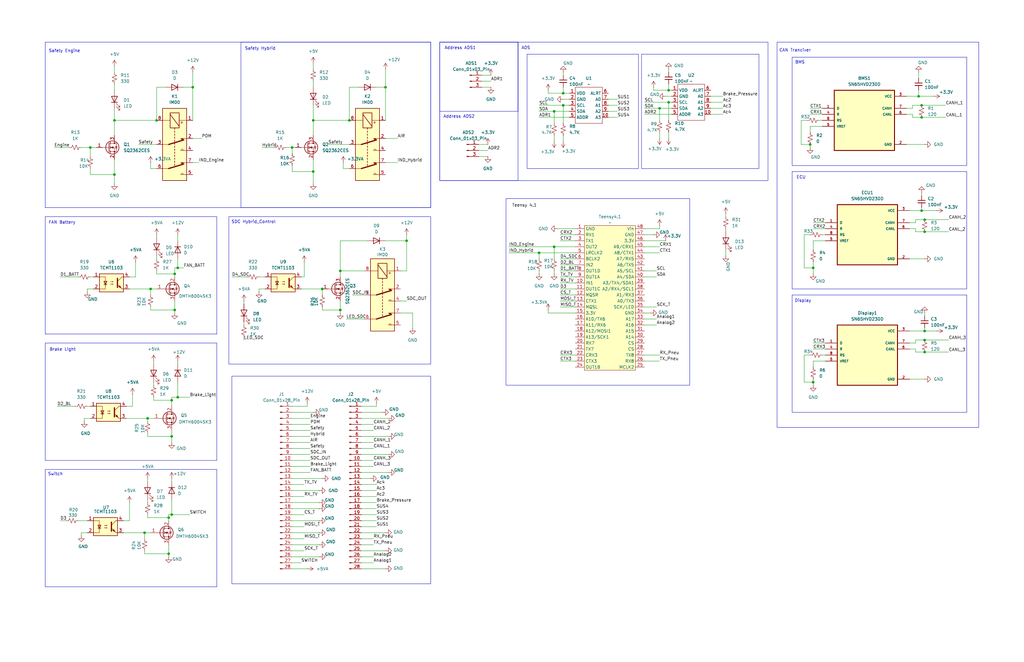
<source format=kicad_sch>
(kicad_sch (version 20250114) (generator "eeschema") (generator_version "9.0")
  (paper "B")
  (rectangle (start 334.01 124.46) (end 407.67 173.99))
  (rectangle (start 19.05 144.78) (end 91.44 194.31))
  (rectangle (start 185.42 17.78) (end 218.44 46.99))
  (rectangle (start 327.66 17.78) (end 412.75 180.34))
  (rectangle (start 334.01 24.13) (end 407.67 69.85))
  (rectangle (start 334.01 72.39) (end 407.67 121.92))
  (rectangle (start 185.42 17.78) (end 218.44 76.2))
  (rectangle (start 270.51 22.86) (end 320.04 71.12))
  (rectangle (start 19.05 91.44) (end 91.44 140.97))
  (rectangle (start 101.6 17.78) (end 181.61 87.63))
  (rectangle (start 222.25 22.86) (end 269.24 71.12))
  (rectangle (start 97.79 158.75) (end 181.61 246.38))
  (rectangle (start 185.42 17.78) (end 323.85 76.2))
  (rectangle (start 19.05 198.12) (end 91.44 247.65))
  (rectangle (start 96.52 91.44) (end 181.61 153.67))
  (rectangle (start 19.05 17.78) (end 181.61 87.63))
  (rectangle (start 213.36 83.82) (end 290.83 162.56))
  (text "Address ADS1" (at 194.056 20.32 0) (effects (font (size 1.27 1.27))))
  (text "BMS" (at 337.312 26.416 0) (effects (font (size 1.27 1.27))))
  (text "CAN Tranciver" (at 335.28 21.336 0) (effects (font (size 1.27 1.27))))
  (text "FAN Battery" (at 26.162 93.98 0) (effects (font (size 1.27 1.27))))
  (text "ADS" (at 221.742 20.32 0) (effects (font (size 1.27 1.27))))
  (text "SDC Hybrid_Control" (at 106.934 93.726 0) (effects (font (size 1.27 1.27))))
  (text "Switch" (at 23.368 200.152 0) (effects (font (size 1.27 1.27))))
  (text "Display" (at 338.582 127 0) (effects (font (size 1.27 1.27))))
  (text "ECU" (at 337.82 74.93 0) (effects (font (size 1.27 1.27))))
  (text "Safety Engine" (at 27.178 21.59 0) (effects (font (size 1.27 1.27))))
  (text "Safety Hybrid" (at 109.728 20.574 0) (effects (font (size 1.27 1.27))))
  (text "Brake Light" (at 26.416 147.574 0) (effects (font (size 1.27 1.27))))
  (text "Address ADS2" (at 193.548 49.276 0) (effects (font (size 1.27 1.27))))
  (junction (at 71.12 218.44))
  (junction (at 389.89 139.7))
  (junction (at 60.96 224.79))
  (junction (at 71.12 233.68))
  (junction (at 74.93 167.64))
  (junction (at 233.68 46.99))
  (junction (at 123.19 62.23))
  (junction (at 73.66 115.57))
  (junction (at 63.5 121.92))
  (junction (at 171.45 101.6))
  (junction (at 38.1 62.23))
  (junction (at 281.94 43.18))
  (junction (at 388.62 88.9))
  (junction (at 388.62 49.53))
  (junction (at 342.9 161.29))
  (junction (at 62.23 176.53))
  (junction (at 74.93 113.03))
  (junction (at 227.33 106.68))
  (junction (at 72.39 184.15))
  (junction (at 48.26 50.8))
  (junction (at 341.63 60.96))
  (junction (at 237.49 39.37))
  (junction (at 143.51 114.3))
  (junction (at 73.66 130.81))
  (junction (at 237.49 44.45))
  (junction (at 72.39 217.17))
  (junction (at 81.28 36.83))
  (junction (at 388.62 44.45))
  (junction (at 147.32 50.8))
  (junction (at 389.89 143.51))
  (junction (at 387.35 40.64))
  (junction (at 143.51 130.81))
  (junction (at 66.04 50.8))
  (junction (at 48.26 73.66))
  (junction (at 135.89 121.92))
  (junction (at 389.89 92.71))
  (junction (at 72.39 168.91))
  (junction (at 278.13 45.72))
  (junction (at 342.9 113.03))
  (junction (at 389.89 97.79))
  (junction (at 132.08 50.8))
  (junction (at 132.08 72.39))
  (junction (at 162.56 36.83))
  (junction (at 281.94 38.1))
  (junction (at 233.68 104.14))
  (junction (at 389.89 148.59))
  (wire (pts (xy 123.19 227.33) (xy 128.27 227.33)))
  (wire (pts (xy 123.19 176.53) (xy 130.81 176.53)))
  (wire (pts (xy 384.81 48.26) (xy 382.27 48.26)))
  (wire (pts (xy 152.4 229.87) (xy 157.48 229.87)))
  (wire (pts (xy 342.9 96.52) (xy 347.98 96.52)))
  (wire (pts (xy 72.39 217.17) (xy 80.01 217.17)))
  (wire (pts (xy 143.51 114.3) (xy 153.67 114.3)))
  (wire (pts (xy 346.71 53.34) (xy 341.63 53.34)))
  (wire (pts (xy 25.4 219.71) (xy 27.94 219.71)))
  (wire (pts (xy 383.54 139.7) (xy 389.89 139.7)))
  (wire (pts (xy 231.14 130.81) (xy 231.14 132.08)))
  (wire (pts (xy 346.71 149.86) (xy 347.98 149.86)))
  (wire (pts (xy 123.19 237.49) (xy 127 237.49)))
  (wire (pts (xy 127 121.92) (xy 135.89 121.92)))
  (wire (pts (xy 123.19 219.71) (xy 134.62 219.71)))
  (wire (pts (xy 256.54 44.45) (xy 260.35 44.45)))
  (wire (pts (xy 271.78 149.86) (xy 278.13 149.86)))
  (wire (pts (xy 102.87 127) (xy 102.87 128.27)))
  (wire (pts (xy 227.33 114.3) (xy 227.33 115.57)))
  (wire (pts (xy 147.32 36.83) (xy 151.13 36.83)))
  (wire (pts (xy 66.04 100.33) (xy 66.04 99.06)))
  (wire (pts (xy 123.19 62.23) (xy 123.19 64.77)))
  (wire (pts (xy 152.4 201.93) (xy 156.21 201.93)))
  (wire (pts (xy 81.28 58.42) (xy 85.09 58.42)))
  (wire (pts (xy 337.82 60.96) (xy 341.63 60.96)))
  (wire (pts (xy 342.9 144.78) (xy 347.98 144.78)))
  (wire (pts (xy 63.5 130.81) (xy 73.66 130.81)))
  (wire (pts (xy 345.44 50.8) (xy 346.71 50.8)))
  (wire (pts (xy 171.45 101.6) (xy 171.45 114.3)))
  (wire (pts (xy 34.29 224.79) (xy 34.29 226.06)))
  (wire (pts (xy 123.19 214.63) (xy 134.62 214.63)))
  (wire (pts (xy 152.4 194.31) (xy 157.48 194.31)))
  (wire (pts (xy 60.96 224.79) (xy 60.96 227.33)))
  (wire (pts (xy 120.65 62.23) (xy 123.19 62.23)))
  (wire (pts (xy 347.98 152.4) (xy 342.9 152.4)))
  (wire (pts (xy 237.49 39.37) (xy 231.14 39.37)))
  (wire (pts (xy 74.93 167.64) (xy 80.01 167.64)))
  (wire (pts (xy 256.54 41.91) (xy 260.35 41.91)))
  (wire (pts (xy 384.81 44.45) (xy 388.62 44.45)))
  (wire (pts (xy 123.19 72.39) (xy 132.08 72.39)))
  (wire (pts (xy 340.36 50.8) (xy 337.82 50.8)))
  (wire (pts (xy 237.49 44.45) (xy 240.03 44.45)))
  (wire (pts (xy 74.93 152.4) (xy 74.93 153.67)))
  (wire (pts (xy 388.62 81.28) (xy 388.62 82.55)))
  (wire (pts (xy 342.9 110.49) (xy 342.9 113.03)))
  (wire (pts (xy 123.19 222.25) (xy 128.27 222.25)))
  (wire (pts (xy 271.78 45.72) (xy 278.13 45.72)))
  (wire (pts (xy 63.5 68.58) (xy 63.5 71.12)))
  (wire (pts (xy 152.4 212.09) (xy 158.75 212.09)))
  (wire (pts (xy 201.93 66.04) (xy 205.74 66.04)))
  (wire (pts (xy 36.83 224.79) (xy 34.29 224.79)))
  (wire (pts (xy 123.19 209.55) (xy 128.27 209.55)))
  (wire (pts (xy 388.62 44.45) (xy 398.78 44.45)))
  (wire (pts (xy 203.2 31.75) (xy 207.01 31.75)))
  (wire (pts (xy 383.54 144.78) (xy 386.08 144.78)))
  (wire (pts (xy 63.5 71.12) (xy 66.04 71.12)))
  (wire (pts (xy 72.39 171.45) (xy 72.39 168.91)))
  (wire (pts (xy 72.39 184.15) (xy 72.39 186.69)))
  (wire (pts (xy 236.22 149.86) (xy 242.57 149.86)))
  (wire (pts (xy 74.93 99.06) (xy 74.93 101.6)))
  (wire (pts (xy 102.87 135.89) (xy 102.87 137.16)))
  (wire (pts (xy 389.89 138.43) (xy 389.89 139.7)))
  (wire (pts (xy 171.45 114.3) (xy 168.91 114.3)))
  (wire (pts (xy 158.75 171.45) (xy 158.75 170.18)))
  (wire (pts (xy 62.23 176.53) (xy 62.23 177.8)))
  (wire (pts (xy 386.08 144.78) (xy 386.08 143.51)))
  (wire (pts (xy 299.72 45.72) (xy 304.8 45.72)))
  (wire (pts (xy 123.19 173.99) (xy 132.08 173.99)))
  (wire (pts (xy 214.63 106.68) (xy 227.33 106.68)))
  (wire (pts (xy 227.33 44.45) (xy 237.49 44.45)))
  (wire (pts (xy 62.23 176.53) (xy 64.77 176.53)))
  (wire (pts (xy 342.9 113.03) (xy 342.9 115.57)))
  (wire (pts (xy 110.49 62.23) (xy 115.57 62.23)))
  (wire (pts (xy 299.72 43.18) (xy 304.8 43.18)))
  (wire (pts (xy 152.4 189.23) (xy 157.48 189.23)))
  (wire (pts (xy 81.28 36.83) (xy 81.28 50.8)))
  (wire (pts (xy 64.77 152.4) (xy 64.77 153.67)))
  (wire (pts (xy 152.4 224.79) (xy 162.56 224.79)))
  (wire (pts (xy 129.54 171.45) (xy 129.54 170.18)))
  (wire (pts (xy 346.71 99.06) (xy 347.98 99.06)))
  (wire (pts (xy 53.34 171.45) (xy 55.88 171.45)))
  (wire (pts (xy 152.4 196.85) (xy 157.48 196.85)))
  (wire (pts (xy 271.78 96.52) (xy 278.13 96.52)))
  (wire (pts (xy 123.19 189.23) (xy 130.81 189.23)))
  (wire (pts (xy 152.4 207.01) (xy 158.75 207.01)))
  (wire (pts (xy 386.08 143.51) (xy 389.89 143.51)))
  (wire (pts (xy 62.23 217.17) (xy 62.23 218.44)))
  (wire (pts (xy 237.49 57.15) (xy 237.49 59.69)))
  (wire (pts (xy 38.1 62.23) (xy 38.1 66.04)))
  (wire (pts (xy 152.4 179.07) (xy 157.48 179.07)))
  (wire (pts (xy 81.28 30.48) (xy 81.28 36.83)))
  (wire (pts (xy 281.94 35.56) (xy 281.94 38.1)))
  (wire (pts (xy 48.26 57.15) (xy 48.26 50.8)))
  (wire (pts (xy 236.22 111.76) (xy 242.57 111.76)))
  (wire (pts (xy 35.56 176.53) (xy 35.56 177.8)))
  (wire (pts (xy 74.93 113.03) (xy 77.47 113.03)))
  (wire (pts (xy 62.23 184.15) (xy 62.23 182.88)))
  (wire (pts (xy 341.63 149.86) (xy 339.09 149.86)))
  (wire (pts (xy 143.51 127) (xy 143.51 130.81)))
  (wire (pts (xy 201.93 63.5) (xy 205.74 63.5)))
  (wire (pts (xy 271.78 132.08) (xy 274.32 132.08)))
  (wire (pts (xy 271.78 152.4) (xy 278.13 152.4)))
  (wire (pts (xy 256.54 49.53) (xy 260.35 49.53)))
  (wire (pts (xy 53.34 176.53) (xy 62.23 176.53)))
  (wire (pts (xy 237.49 41.91) (xy 240.03 41.91)))
  (wire (pts (xy 48.26 27.94) (xy 48.26 30.48)))
  (wire (pts (xy 237.49 30.48) (xy 237.49 31.75)))
  (wire (pts (xy 173.99 132.08) (xy 173.99 138.43)))
  (wire (pts (xy 24.13 171.45) (xy 31.75 171.45)))
  (wire (pts (xy 278.13 45.72) (xy 278.13 50.8)))
  (wire (pts (xy 384.81 49.53) (xy 384.81 48.26)))
  (wire (pts (xy 256.54 46.99) (xy 260.35 46.99)))
  (wire (pts (xy 33.02 219.71) (xy 36.83 219.71)))
  (wire (pts (xy 22.86 62.23) (xy 29.21 62.23)))
  (wire (pts (xy 132.08 26.67) (xy 132.08 29.21)))
  (wire (pts (xy 233.68 57.15) (xy 233.68 59.69)))
  (wire (pts (xy 62.23 218.44) (xy 71.12 218.44)))
  (wire (pts (xy 233.68 104.14) (xy 242.57 104.14)))
  (wire (pts (xy 135.89 121.92) (xy 135.89 124.46)))
  (wire (pts (xy 123.19 232.41) (xy 128.27 232.41)))
  (wire (pts (xy 123.19 171.45) (xy 129.54 171.45)))
  (wire (pts (xy 154.94 101.6) (xy 143.51 101.6)))
  (wire (pts (xy 386.08 92.71) (xy 389.89 92.71)))
  (wire (pts (xy 152.4 186.69) (xy 157.48 186.69)))
  (wire (pts (xy 73.66 115.57) (xy 73.66 113.03)))
  (wire (pts (xy 306.07 105.41) (xy 306.07 107.95)))
  (wire (pts (xy 271.78 48.26) (xy 283.21 48.26)))
  (wire (pts (xy 73.66 116.84) (xy 73.66 115.57)))
  (wire (pts (xy 162.56 29.21) (xy 162.56 36.83)))
  (wire (pts (xy 123.19 234.95) (xy 134.62 234.95)))
  (wire (pts (xy 383.54 88.9) (xy 388.62 88.9)))
  (wire (pts (xy 60.96 224.79) (xy 63.5 224.79)))
  (wire (pts (xy 341.63 48.26) (xy 346.71 48.26)))
  (wire (pts (xy 278.13 55.88) (xy 278.13 58.42)))
  (wire (pts (xy 97.79 116.84) (xy 104.14 116.84)))
  (wire (pts (xy 123.19 191.77) (xy 130.81 191.77)))
  (wire (pts (xy 342.9 101.6) (xy 342.9 105.41)))
  (wire (pts (xy 389.89 143.51) (xy 400.05 143.51)))
  (wire (pts (xy 386.08 96.52) (xy 383.54 96.52)))
  (wire (pts (xy 123.19 181.61) (xy 130.81 181.61)))
  (wire (pts (xy 64.77 168.91) (xy 72.39 168.91)))
  (wire (pts (xy 162.56 68.58) (xy 167.64 68.58)))
  (wire (pts (xy 132.08 34.29) (xy 132.08 36.83)))
  (wire (pts (xy 123.19 204.47) (xy 128.27 204.47)))
  (wire (pts (xy 72.39 167.64) (xy 72.39 168.91)))
  (wire (pts (xy 71.12 229.87) (xy 71.12 233.68)))
  (wire (pts (xy 271.78 104.14) (xy 278.13 104.14)))
  (wire (pts (xy 66.04 50.8) (xy 66.04 36.83)))
  (wire (pts (xy 281.94 55.88) (xy 281.94 58.42)))
  (wire (pts (xy 271.78 134.62) (xy 276.86 134.62)))
  (wire (pts (xy 54.61 121.92) (xy 63.5 121.92)))
  (wire (pts (xy 123.19 240.03) (xy 129.54 240.03)))
  (wire (pts (xy 132.08 44.45) (xy 132.08 50.8)))
  (wire (pts (xy 77.47 36.83) (xy 81.28 36.83)))
  (wire (pts (xy 236.22 124.46) (xy 242.57 124.46)))
  (wire (pts (xy 54.61 219.71) (xy 54.61 212.09)))
  (wire (pts (xy 152.4 240.03) (xy 162.56 240.03)))
  (wire (pts (xy 66.04 107.95) (xy 66.04 109.22)))
  (wire (pts (xy 388.62 49.53) (xy 398.78 49.53)))
  (wire (pts (xy 271.78 114.3) (xy 276.86 114.3)))
  (wire (pts (xy 62.23 210.82) (xy 62.23 212.09)))
  (wire (pts (xy 123.19 179.07) (xy 130.81 179.07)))
  (wire (pts (xy 152.4 217.17) (xy 158.75 217.17)))
  (wire (pts (xy 201.93 60.96) (xy 205.74 60.96)))
  (wire (pts (xy 135.89 129.54) (xy 135.89 130.81)))
  (wire (pts (xy 236.22 114.3) (xy 242.57 114.3)))
  (wire (pts (xy 237.49 36.83) (xy 237.49 39.37)))
  (wire (pts (xy 143.51 130.81) (xy 143.51 132.08)))
  (wire (pts (xy 127 116.84) (xy 128.27 116.84)))
  (wire (pts (xy 281.94 43.18) (xy 281.94 50.8)))
  (wire (pts (xy 152.4 232.41) (xy 162.56 232.41)))
  (wire (pts (xy 123.19 224.79) (xy 134.62 224.79)))
  (wire (pts (xy 25.4 116.84) (xy 33.02 116.84)))
  (wire (pts (xy 52.07 224.79) (xy 60.96 224.79)))
  (wire (pts (xy 123.19 212.09) (xy 134.62 212.09)))
  (wire (pts (xy 382.27 60.96) (xy 389.89 60.96)))
  (wire (pts (xy 62.23 184.15) (xy 72.39 184.15)))
  (wire (pts (xy 152.4 171.45) (xy 158.75 171.45)))
  (wire (pts (xy 233.68 46.99) (xy 240.03 46.99)))
  (wire (pts (xy 387.35 38.1) (xy 387.35 40.64)))
  (wire (pts (xy 144.78 68.58) (xy 144.78 71.12)))
  (wire (pts (xy 64.77 167.64) (xy 64.77 168.91)))
  (wire (pts (xy 66.04 115.57) (xy 73.66 115.57)))
  (wire (pts (xy 111.76 121.92) (xy 109.22 121.92)))
  (wire (pts (xy 214.63 104.14) (xy 233.68 104.14)))
  (wire (pts (xy 236.22 116.84) (xy 242.57 116.84)))
  (wire (pts (xy 278.13 96.52) (xy 278.13 95.25)))
  (wire (pts (xy 271.78 99.06) (xy 275.59 99.06)))
  (wire (pts (xy 339.09 113.03) (xy 342.9 113.03)))
  (wire (pts (xy 383.54 109.22) (xy 389.89 109.22)))
  (wire (pts (xy 383.54 93.98) (xy 386.08 93.98)))
  (wire (pts (xy 123.19 217.17) (xy 128.27 217.17)))
  (wire (pts (xy 66.04 114.3) (xy 66.04 115.57)))
  (wire (pts (xy 341.63 45.72) (xy 346.71 45.72)))
  (wire (pts (xy 152.4 214.63) (xy 158.75 214.63)))
  (wire (pts (xy 389.89 148.59) (xy 400.05 148.59)))
  (wire (pts (xy 123.19 184.15) (xy 130.81 184.15)))
  (wire (pts (xy 271.78 129.54) (xy 276.86 129.54)))
  (wire (pts (xy 387.35 40.64) (xy 393.7 40.64)))
  (wire (pts (xy 236.22 127) (xy 242.57 127)))
  (wire (pts (xy 58.42 60.96) (xy 66.04 60.96)))
  (wire (pts (xy 63.5 129.54) (xy 63.5 130.81)))
  (wire (pts (xy 231.14 132.08) (xy 242.57 132.08)))
  (wire (pts (xy 123.19 196.85) (xy 130.81 196.85)))
  (wire (pts (xy 48.26 50.8) (xy 66.04 50.8)))
  (wire (pts (xy 234.95 96.52) (xy 242.57 96.52)))
  (wire (pts (xy 347.98 101.6) (xy 342.9 101.6)))
  (wire (pts (xy 386.08 148.59) (xy 386.08 147.32)))
  (wire (pts (xy 162.56 101.6) (xy 171.45 101.6)))
  (wire (pts (xy 342.9 93.98) (xy 347.98 93.98)))
  (wire (pts (xy 341.63 60.96) (xy 341.63 62.23)))
  (wire (pts (xy 236.22 119.38) (xy 242.57 119.38)))
  (wire (pts (xy 233.68 104.14) (xy 233.68 109.22)))
  (wire (pts (xy 281.94 43.18) (xy 283.21 43.18)))
  (wire (pts (xy 389.89 92.71) (xy 400.05 92.71)))
  (wire (pts (xy 38.1 71.12) (xy 38.1 73.66)))
  (wire (pts (xy 152.4 209.55) (xy 158.75 209.55)))
  (wire (pts (xy 36.83 121.92) (xy 36.83 123.19)))
  (wire (pts (xy 64.77 161.29) (xy 64.77 162.56)))
  (wire (pts (xy 152.4 237.49) (xy 157.48 237.49)))
  (wire (pts (xy 162.56 36.83) (xy 158.75 36.83)))
  (wire (pts (xy 146.05 134.62) (xy 153.67 134.62)))
  (wire (pts (xy 227.33 106.68) (xy 242.57 106.68)))
  (wire (pts (xy 152.4 234.95) (xy 157.48 234.95)))
  (wire (pts (xy 237.49 44.45) (xy 237.49 52.07)))
  (wire (pts (xy 168.91 127) (xy 171.45 127)))
  (wire (pts (xy 128.27 116.84) (xy 128.27 110.49)))
  (wire (pts (xy 389.89 148.59) (xy 386.08 148.59)))
  (wire (pts (xy 54.61 116.84) (xy 57.15 116.84)))
  (wire (pts (xy 48.26 35.56) (xy 48.26 38.1)))
  (wire (pts (xy 236.22 101.6) (xy 242.57 101.6)))
  (wire (pts (xy 36.83 171.45) (xy 38.1 171.45)))
  (wire (pts (xy 236.22 121.92) (xy 242.57 121.92)))
  (wire (pts (xy 38.1 176.53) (xy 35.56 176.53)))
  (wire (pts (xy 271.78 116.84) (xy 276.86 116.84)))
  (wire (pts (xy 73.66 127) (xy 73.66 130.81)))
  (wire (pts (xy 236.22 99.06) (xy 242.57 99.06)))
  (wire (pts (xy 306.07 96.52) (xy 306.07 97.79)))
  (wire (pts (xy 148.59 124.46) (xy 153.67 124.46)))
  (wire (pts (xy 283.21 38.1) (xy 281.94 38.1)))
  (wire (pts (xy 342.9 152.4) (xy 342.9 154.94)))
  (wire (pts (xy 342.9 160.02) (xy 342.9 161.29)))
  (wire (pts (xy 341.63 99.06) (xy 339.09 99.06)))
  (wire (pts (xy 299.72 48.26) (xy 304.8 48.26)))
  (wire (pts (xy 123.19 199.39) (xy 130.81 199.39)))
  (wire (pts (xy 339.09 149.86) (xy 339.09 161.29)))
  (wire (pts (xy 109.22 121.92) (xy 109.22 123.19)))
  (wire (pts (xy 203.2 34.29) (xy 207.01 34.29)))
  (wire (pts (xy 48.26 73.66) (xy 48.26 77.47)))
  (wire (pts (xy 63.5 121.92) (xy 63.5 124.46)))
  (wire (pts (xy 38.1 62.23) (xy 40.64 62.23)))
  (wire (pts (xy 39.37 121.92) (xy 36.83 121.92)))
  (wire (pts (xy 203.2 36.83) (xy 207.01 36.83)))
  (wire (pts (xy 123.19 201.93) (xy 135.89 201.93)))
  (wire (pts (xy 123.19 207.01) (xy 134.62 207.01)))
  (wire (pts (xy 62.23 201.93) (xy 62.23 203.2)))
  (wire (pts (xy 73.66 130.81) (xy 73.66 132.08)))
  (wire (pts (xy 73.66 113.03) (xy 74.93 113.03)))
  (wire (pts (xy 386.08 97.79) (xy 386.08 96.52)))
  (wire (pts (xy 271.78 43.18) (xy 281.94 43.18)))
  (wire (pts (xy 34.29 62.23) (xy 38.1 62.23)))
  (wire (pts (xy 48.26 45.72) (xy 48.26 50.8)))
  (wire (pts (xy 152.4 222.25) (xy 158.75 222.25)))
  (wire (pts (xy 387.35 30.48) (xy 387.35 33.02)))
  (wire (pts (xy 227.33 106.68) (xy 227.33 109.22)))
  (wire (pts (xy 233.68 46.99) (xy 233.68 52.07)))
  (wire (pts (xy 389.89 139.7) (xy 394.97 139.7)))
  (wire (pts (xy 132.08 72.39) (xy 132.08 77.47)))
  (wire (pts (xy 72.39 201.93) (xy 72.39 203.2)))
  (wire (pts (xy 152.4 181.61) (xy 157.48 181.61)))
  (wire (pts (xy 74.93 109.22) (xy 74.93 113.03)))
  (wire (pts (xy 342.9 161.29) (xy 342.9 162.56)))
  (wire (pts (xy 60.96 232.41) (xy 60.96 233.68)))
  (wire (pts (xy 152.4 184.15) (xy 163.83 184.15)))
  (wire (pts (xy 152.4 176.53) (xy 163.83 176.53)))
  (wire (pts (xy 231.14 39.37) (xy 231.14 38.1)))
  (wire (pts (xy 132.08 50.8) (xy 132.08 57.15)))
  (wire (pts (xy 389.89 97.79) (xy 386.08 97.79)))
  (wire (pts (xy 168.91 132.08) (xy 173.99 132.08)))
  (wire (pts (xy 74.93 161.29) (xy 74.93 167.64)))
  (wire (pts (xy 71.12 234.95) (xy 71.12 233.68)))
  (wire (pts (xy 48.26 67.31) (xy 48.26 73.66)))
  (wire (pts (xy 66.04 36.83) (xy 69.85 36.83)))
  (wire (pts (xy 63.5 121.92) (xy 66.04 121.92)))
  (wire (pts (xy 162.56 58.42) (xy 167.64 58.42)))
  (wire (pts (xy 227.33 46.99) (xy 233.68 46.99)))
  (wire (pts (xy 271.78 106.68) (xy 278.13 106.68)))
  (wire (pts (xy 123.19 194.31) (xy 130.81 194.31)))
  (wire (pts (xy 271.78 101.6) (xy 280.67 101.6)))
  (wire (pts (xy 123.19 72.39) (xy 123.19 69.85)))
  (wire (pts (xy 147.32 50.8) (xy 147.32 36.83)))
  (wire (pts (xy 162.56 50.8) (xy 162.56 36.83)))
  (wire (pts (xy 341.63 53.34) (xy 341.63 55.88)))
  (wire (pts (xy 227.33 49.53) (xy 240.03 49.53)))
  (wire (pts (xy 152.4 204.47) (xy 158.75 204.47)))
  (wire (pts (xy 143.51 116.84) (xy 143.51 114.3)))
  (wire (pts (xy 109.22 116.84) (xy 111.76 116.84)))
  (wire (pts (xy 57.15 116.84) (xy 57.15 110.49)))
  (wire (pts (xy 240.03 39.37) (xy 237.49 39.37)))
  (wire (pts (xy 138.43 60.96) (xy 147.32 60.96)))
  (wire (pts (xy 337.82 50.8) (xy 337.82 60.96)))
  (wire (pts (xy 102.87 142.24) (xy 102.87 143.51)))
  (wire (pts (xy 60.96 233.68) (xy 71.12 233.68)))
  (wire (pts (xy 306.07 90.17) (xy 306.07 91.44)))
  (wire (pts (xy 339.09 161.29) (xy 342.9 161.29)))
  (wire (pts (xy 280.67 40.64) (xy 283.21 40.64)))
  (wire (pts (xy 278.13 45.72) (xy 283.21 45.72)))
  (wire (pts (xy 389.89 97.79) (xy 400.05 97.79)))
  (wire (pts (xy 236.22 129.54) (xy 242.57 129.54)))
  (wire (pts (xy 71.12 218.44) (xy 71.12 217.17)))
  (wire (pts (xy 123.19 62.23) (xy 124.46 62.23)))
  (wire (pts (xy 143.51 101.6) (xy 143.51 114.3)))
  (wire (pts (xy 388.62 87.63) (xy 388.62 88.9)))
  (wire (pts (xy 342.9 147.32) (xy 347.98 147.32)))
  (wire (pts (xy 71.12 217.17) (xy 72.39 217.17)))
  (wire (pts (xy 123.19 186.69) (xy 130.81 186.69)))
  (wire (pts (xy 236.22 109.22) (xy 242.57 109.22)))
  (wire (pts (xy 72.39 181.61) (xy 72.39 184.15)))
  (wire (pts (xy 52.07 219.71) (xy 54.61 219.71)))
  (wire (pts (xy 384.81 45.72) (xy 384.81 44.45)))
  (wire (pts (xy 233.68 114.3) (xy 233.68 115.57)))
  (wire (pts (xy 72.39 210.82) (xy 72.39 217.17)))
  (wire (pts (xy 386.08 92.71) (xy 386.08 93.98)))
  (wire (pts (xy 382.27 40.64) (xy 387.35 40.64)))
  (wire (pts (xy 38.1 116.84) (xy 39.37 116.84)))
  (wire (pts (xy 281.94 29.21) (xy 281.94 30.48)))
  (wire (pts (xy 152.4 227.33) (xy 157.48 227.33)))
  (wire (pts (xy 152.4 173.99) (xy 161.29 173.99)))
  (wire (pts (xy 144.78 71.12) (xy 147.32 71.12)))
  (wire (pts (xy 132.08 50.8) (xy 147.32 50.8)))
  (wire (pts (xy 81.28 68.58) (xy 83.82 68.58)))
  (wire (pts (xy 389.89 133.35) (xy 389.89 132.08)))
  (wire (pts (xy 171.45 99.06) (xy 171.45 101.6)))
  (wire (pts (xy 152.4 199.39) (xy 163.83 199.39)))
  (wire (pts (xy 383.54 160.02) (xy 389.89 160.02)))
  (wire (pts (xy 236.22 152.4) (xy 242.57 152.4)))
  (wire (pts (xy 71.12 219.71) (xy 71.12 218.44)))
  (wire (pts (xy 72.39 167.64) (xy 74.93 167.64)))
  (wire (pts (xy 135.89 130.81) (xy 143.51 130.81)))
  (wire (pts (xy 299.72 40.64) (xy 304.8 40.64)))
  (wire (pts (xy 275.59 38.1) (xy 275.59 36.83)))
  (wire (pts (xy 55.88 171.45) (xy 55.88 166.37)))
  (wire (pts (xy 281.94 38.1) (xy 275.59 38.1)))
  (wire (pts (xy 388.62 88.9) (xy 394.97 88.9)))
  (wire (pts (xy 152.4 219.71) (xy 158.75 219.71)))
  (wire (pts (xy 386.08 147.32) (xy 383.54 147.32)))
  (wire (pts (xy 382.27 45.72) (xy 384.81 45.72)))
  (wire (pts (xy 152.4 191.77) (xy 163.83 191.77)))
  (wire (pts (xy 38.1 73.66) (xy 48.26 73.66)))
  (wire (pts (xy 388.62 49.53) (xy 384.81 49.53)))
  (wire (pts (xy 271.78 137.16) (xy 276.86 137.16)))
  (wire (pts (xy 123.19 229.87) (xy 134.62 229.87)))
  (wire (pts (xy 132.08 67.31) (xy 132.08 72.39)))
  (wire (pts (xy 339.09 99.06) (xy 339.09 113.03)))
  (label "Safety" (at 58.42 60.96 0))
  (label "D2_BL" (at 24.13 171.45 0))
  (label "Engine" (at 22.86 62.23 0))
  (label "SCL" (at 271.78 43.18 0))
  (label "CANL_2" (at 157.48 181.61 0))
  (label "PDM" (at 130.81 179.07 0))
  (label "Ac3" (at 304.8 45.72 0))
  (label "SUS2" (at 260.35 44.45 0))
  (label "SUS4" (at 260.35 49.53 0))
  (label "TX_TV" (at 128.27 204.47 0))
  (label "CANL_3" (at 157.48 196.85 0))
  (label "MISO_T" (at 236.22 129.54 0))
  (label "MISO_T" (at 128.27 227.33 0))
  (label "CTX3" (at 342.9 144.78 0))
  (label "SUS4" (at 158.75 214.63 0))
  (label "MOSI_T" (at 236.22 127 0))
  (label "SUS1" (at 158.75 222.25 0))
  (label "Ac2" (at 304.8 43.18 0))
  (label "CTX3" (at 236.22 152.4 0))
  (label "SDC_IN" (at 130.81 191.77 0))
  (label "TX_Pneu" (at 157.48 229.87 0))
  (label "D3" (at 25.4 219.71 0))
  (label "D3" (at 236.22 121.92 0))
  (label "ADR2" (at 271.78 48.26 0))
  (label "SWITCH" (at 127 237.49 0))
  (label "SCL" (at 227.33 44.45 0))
  (label "Ac3" (at 158.75 207.01 0))
  (label "D4_SDC" (at 236.22 109.22 0))
  (label "SDC_IN" (at 148.59 124.46 0))
  (label "MOSI_T" (at 128.27 222.25 0))
  (label "AIR" (at 167.64 58.42 0))
  (label "D4_SDC" (at 97.79 116.84 0))
  (label "SUS3" (at 260.35 46.99 0))
  (label "LED_SDC" (at 146.05 134.62 0))
  (label "CRX2" (at 236.22 99.06 0))
  (label "SUS3" (at 158.75 217.17 0))
  (label "TX_Pneu" (at 278.13 152.4 0))
  (label "SDA" (at 227.33 46.99 0))
  (label "D1_BATT" (at 25.4 116.84 0))
  (label "Hybrid" (at 110.49 62.23 0))
  (label "CTX1" (at 341.63 45.72 0))
  (label "D2_BL" (at 236.22 111.76 0))
  (label "SDA" (at 276.86 116.84 0))
  (label "CRX1" (at 341.63 48.26 0))
  (label "CTX1" (at 278.13 106.68 0))
  (label "Brake_Pressure" (at 304.8 40.64 0))
  (label "CANL_3" (at 400.05 148.59 0))
  (label "SDC_OUT" (at 130.81 194.31 0))
  (label "RX_TV" (at 128.27 209.55 0))
  (label "SDC_OUT" (at 171.45 127 0))
  (label "Analog2" (at 276.86 137.16 0))
  (label "Analog1" (at 157.48 237.49 0))
  (label "ADR1" (at 227.33 49.53 0))
  (label "SCK_T" (at 276.86 129.54 0))
  (label "SDA" (at 271.78 45.72 0))
  (label "IND_Engine" (at 214.63 104.14 0))
  (label "CANH_2" (at 400.05 92.71 0))
  (label "RX_TV" (at 236.22 119.38 0))
  (label "D1_BATT" (at 236.22 114.3 0))
  (label "FAN_BATT" (at 77.47 113.03 0))
  (label "Analog1" (at 276.86 134.62 0))
  (label "CTX2" (at 342.9 93.98 0))
  (label "Teensy 4.1" (at 215.9 87.63 0))
  (label "FAN_BATT" (at 130.81 199.39 0))
  (label "IND_Hybrid" (at 167.64 68.58 0))
  (label "SUS1" (at 260.35 41.91 0))
  (label "CANH_1" (at 398.78 44.45 0))
  (label "TX_TV" (at 236.22 116.84 0))
  (label "Safety" (at 130.81 189.23 0))
  (label "RX_Pneu" (at 157.48 227.33 0))
  (label "AIR" (at 130.81 186.69 0))
  (label "SUS2" (at 158.75 219.71 0))
  (label "CANL_2" (at 400.05 97.79 0))
  (label "CRX3" (at 342.9 147.32 0))
  (label "CANH_2" (at 157.48 179.07 0))
  (label "Hybrid" (at 130.81 184.15 0))
  (label "Engine" (at 130.81 176.53 0))
  (label "CRX1" (at 278.13 104.14 0))
  (label "Brake_Light" (at 80.01 167.64 0))
  (label "RX_Pneu" (at 278.13 149.86 0))
  (label "CRX2" (at 342.9 96.52 0))
  (label "CANL_1" (at 398.78 49.53 0))
  (label "PDM" (at 85.09 58.42 0))
  (label "SCK_T" (at 128.27 232.41 0))
  (label "CS_T" (at 236.22 124.46 0))
  (label "CANH_1" (at 157.48 186.69 0))
  (label "SCL" (at 276.86 114.3 0))
  (label "Ac2" (at 158.75 209.55 0))
  (label "Safety" (at 130.81 181.61 0))
  (label "CANH_3" (at 400.05 143.51 0))
  (label "ADR2" (at 205.74 63.5 0))
  (label "CRX3" (at 236.22 149.86 0))
  (label "SWITCH" (at 80.01 217.17 0))
  (label "CANL_1" (at 157.48 189.23 0))
  (label "IND_Hybrid" (at 214.63 106.68 0))
  (label "Brake_Light" (at 130.81 196.85 0))
  (label "Ac4" (at 304.8 48.26 0))
  (label "Brake_Pressure" (at 158.75 212.09 0))
  (label "IND_Engine" (at 83.82 68.58 0))
  (label "CANH_3" (at 157.48 194.31 0))
  (label "CS_T" (at 128.27 217.17 0))
  (label "Safety" (at 138.43 60.96 0))
  (label "CTX2" (at 236.22 101.6 0))
  (label "ADR1" (at 207.01 34.29 0))
  (label "LED_SDC" (at 102.87 143.51 0))
  (label "Ac4" (at 158.75 204.47 0))
  (label "Analog2" (at 157.48 234.95 0))
  (symbol (lib_id "power:GND") (at 237.49 41.91 270) (unit 1)
    (property "Reference" "#PWR017" (effects (hide yes)))
    (property "Value" "GND" (at 233.68 41.9099 90) (effects (justify right)))
    (property "Description" "Power symbol creates a global label with name \"GND\" , ground" (effects (hide yes)))
  )
  (symbol (lib_id "Device:R_Small_US") (at 132.08 31.75 0) (unit 1)
    (property "Reference" "R12" (at 134.62 30.4799 0) (effects (justify left)))
    (property "Value" "330" (at 134.62 33.0199 0) (effects (justify left)))
    (property "Footprint" "Resistor_SMD:R_0603_1608Metric_Pad0.98x0.95mm_HandSolder" (effects (hide yes)))
    (property "Description" "Resistor, small US symbol" (effects (hide yes)))
  )
  (symbol (lib_id "power:GND") (at 280.67 40.64 270) (unit 1)
    (property "Reference" "#PWR018" (effects (hide yes)))
    (property "Value" "GND" (at 278.13 39.878 90) (effects (justify right)))
    (property "Description" "Power symbol creates a global label with name \"GND\" , ground" (effects (hide yes)))
  )
  (symbol (lib_id "Transistor_FET:2N7002K") (at 140.97 121.92 0) (unit 1)
    (property "Reference" "Q3" (at 147.32 120.6499 0) (effects (justify left)))
    (property "Value" "SQ2362CES" (at 146.558 128.524 90) (effects (justify left)))
    (property "Footprint" "Package_TO_SOT_SMD:SOT-23" (effects (hide yes)))
    (property "Datasheet" "https://www.diodes.com/assets/Datasheets/ds30896.pdf" (effects (hide yes)))
    (property "Description" "0.38A Id, 60V Vds, N-Channel MOSFET, SOT-23" (effects (hide yes)))
  )
  (symbol (lib_id "power:+12V") (at 72.39 201.93 0) (unit 1)
    (property "Reference" "#PWR069" (effects (hide yes)))
    (property "Value" "+12V" (at 75.692 199.898 0))
    (property "Description" "Power symbol creates a global label with name \"+12V\"" (effects (hide yes)))
  )
  (symbol (lib_id "Transistor_FET:BSP89") (at 69.85 176.53 0) (unit 1)
    (property "Reference" "Q5" (at 76.2 175.2599 0) (effects (justify left)))
    (property "Value" "DMTH6004SK3" (at 75.438 178.054 0) (effects (justify left)))
    (property "Footprint" "Package_TO_SOT_SMD:TO-252-2" (effects (hide yes)))
    (property "Datasheet" "https://www.infineon.com/dgdl/Infineon-BSP89-DS-v02_02-en.pdf?fileId=db3a30433b47825b013b4b8a07f90d55" (effects (hide yes)))
    (property "Description" "0.35A Id, 240V Vds, N-Channel Enhancement Mode MOSFET, SOT-223" (effects (hide yes)))
  )
  (symbol (lib_id "power:+5V") (at 132.08 26.67 0) (unit 1)
    (property "Reference" "#PWR032" (effects (hide yes)))
    (property "Value" "+5V" (at 132.08 21.59 0))
    (property "Description" "Power symbol creates a global label with name \"+5V\"" (effects (hide yes)))
  )
  (symbol (lib_id "Device:R_Small_US") (at 227.33 111.76 0) (unit 1)
    (property "Reference" "R18" (at 222.758 110.49 0) (effects (justify left)))
    (property "Value" "10K" (at 222.25 113.284 0) (effects (justify left)))
    (property "Footprint" "Resistor_SMD:R_0603_1608Metric_Pad0.98x0.95mm_HandSolder" (effects (hide yes)))
    (property "Description" "Resistor, small US symbol" (effects (hide yes)))
  )
  (symbol (lib_id "Connector:Conn_01x28_Pin") (at 118.11 204.47 0) (unit 1)
    (property "Reference" "J1" (at 118.745 166.37 0))
    (property "Value" "Conn_01x28_Pin" (at 118.745 168.91 0))
    (property "Footprint" "Connector_PinHeader_2.54mm:PinHeader_1x28_P2.54mm_Vertical" (effects (hide yes)))
    (property "Description" "Generic connector, single row, 01x28, script generated" (effects (hide yes)))
  )
  (symbol (lib_id "teensy41:teensy4.1") (at 246.38 92.71 0) (unit 1)
    (property "Reference" "Teensy4.1" (at 257.175 91.44 0))
    (property "Value" "~" (at 257.175 93.98 0))
    (property "Footprint" "teensy:Teensy41" (effects (hide yes)))
    (property "Datasheet" "https://www.pjrc.com/store/teensy41.html" (effects (hide yes)))
    (property "Description" "harusnya aman ges" (effects (hide yes)))
  )
  (symbol (lib_id "power:+3.3V") (at 394.97 88.9 270) (unit 1)
    (property "Reference" "#PWR05" (effects (hide yes)))
    (property "Value" "+3.3V" (at 398.018 87.376 90) (effects (justify left)))
    (property "Description" "Power symbol creates a global label with name \"+3.3V\"" (effects (hide yes)))
  )
  (symbol (lib_id "power:GND") (at 388.62 81.28 180) (unit 1)
    (property "Reference" "#PWR08" (effects (hide yes)))
    (property "Value" "GND" (at 392.43 78.232 0))
    (property "Description" "Power symbol creates a global label with name \"GND\" , ground" (effects (hide yes)))
  )
  (symbol (lib_id "SN65HVD230D:SN65HVD230D") (at 364.49 50.8 0) (unit 1)
    (property "Reference" "BMS1" (at 364.49 33.02 0))
    (property "Value" "SN65HVD230D" (at 364.49 35.56 0))
    (property "Footprint" "CAN Tranciver:SOIC127P599X175-8N" (effects (hide yes)))
    (property "MF" "Texas Instruments" (effects (hide yes)))
    (property "Description_1" "3.3 V CAN Transceiver with Standby Mode" (effects (hide yes)))
    (property "Package" "SOIC-8 Texas Instruments" (effects (hide yes)))
    (property "Price" "None" (effects (hide yes)))
    (property "SnapEDA_Link" "https://www.snapeda.com/parts/SN65HVD230D/Texas+Instruments/view-part/?ref=snap" (effects (hide yes)))
    (property "MP" "SN65HVD230D" (effects (hide yes)))
    (property "Availability" "In Stock" (effects (hide yes)))
    (property "Check_prices" "https://www.snapeda.com/parts/SN65HVD230D/Texas+Instruments/view-part/?ref=eda" (effects (hide yes)))
  )
  (symbol (lib_id "Transistor_FET:BSP89") (at 71.12 121.92 0) (unit 1)
    (property "Reference" "Q4" (at 77.47 120.6499 0) (effects (justify left)))
    (property "Value" "DMTH6004SK3" (at 75.438 124.968 0) (effects (justify left)))
    (property "Footprint" "Package_TO_SOT_SMD:TO-252-2" (effects (hide yes)))
    (property "Datasheet" "https://www.infineon.com/dgdl/Infineon-BSP89-DS-v02_02-en.pdf?fileId=db3a30433b47825b013b4b8a07f90d55" (effects (hide yes)))
    (property "Description" "0.35A Id, 240V Vds, N-Channel Enhancement Mode MOSFET, SOT-223" (effects (hide yes)))
  )
  (symbol (lib_id "power:GND") (at 134.62 207.01 90) (unit 1)
    (property "Reference" "#PWR073" (effects (hide yes)))
    (property "Value" "GND" (at 138.43 207.0099 90) (effects (justify right)))
    (property "Description" "Power symbol creates a global label with name \"GND\" , ground" (effects (hide yes)))
  )
  (symbol (lib_id "power:GND") (at 341.63 62.23 0) (unit 1)
    (property "Reference" "#PWR01" (effects (hide yes)))
    (property "Value" "GND" (at 343.916 66.294 0))
    (property "Description" "Power symbol creates a global label with name \"GND\" , ground" (effects (hide yes)))
  )
  (symbol (lib_id "power:GND") (at 173.99 138.43 0) (unit 1)
    (property "Reference" "#PWR058" (effects (hide yes)))
    (property "Value" "GND" (at 173.99 143.51 0))
    (property "Description" "Power symbol creates a global label with name \"GND\" , ground" (effects (hide yes)))
  )
  (symbol (lib_id "power:+3.3V") (at 278.13 58.42 180) (unit 1)
    (property "Reference" "#PWR024" (effects (hide yes)))
    (property "Value" "+3.3V" (at 276.098 62.738 0))
    (property "Description" "Power symbol creates a global label with name \"+3.3V\"" (effects (hide yes)))
  )
  (symbol (lib_id "power:+5VA") (at 54.61 212.09 0) (unit 1)
    (property "Reference" "#PWR064" (effects (hide yes)))
    (property "Value" "+5VA" (at 54.61 207.01 0))
    (property "Description" "Power symbol creates a global label with name \"+5VA\"" (effects (hide yes)))
  )
  (symbol (lib_id "Device:R_Small_US") (at 389.89 95.25 0) (unit 1)
    (property "Reference" "R3" (at 392.43 93.9799 0) (effects (justify left)))
    (property "Value" "120" (at 392.43 96.5199 0) (effects (justify left)))
    (property "Footprint" "Resistor_SMD:R_0603_1608Metric_Pad0.98x0.95mm_HandSolder" (effects (hide yes)))
    (property "Description" "Resistor, small US symbol" (effects (hide yes)))
  )
  (symbol (lib_id "power:GND") (at 207.01 36.83 0) (unit 1)
    (property "Reference" "#PWR019" (effects (hide yes)))
    (property "Value" "GND" (at 207.01 41.91 0))
    (property "Description" "Power symbol creates a global label with name \"GND\" , ground" (effects (hide yes)))
  )
  (symbol (lib_id "Device:D") (at 72.39 207.01 270) (unit 1)
    (property "Reference" "D12" (at 74.93 205.7399 90) (effects (justify left)))
    (property "Value" "D" (at 74.93 208.2799 90) (effects (justify left)))
    (property "Footprint" "Diode_SMD:D_0603_1608Metric_Pad1.05x0.95mm_HandSolder" (effects (hide yes)))
    (property "Description" "Diode" (effects (hide yes)))
    (property "Sim.Device" "D" (effects (hide yes)))
    (property "Sim.Pins" "1=K 2=A" (effects (hide yes)))
  )
  (symbol (lib_id "ads1115:ADS1115") (at 248.92 44.45 0) (unit 1)
    (property "Reference" "U1" (at 248.285 33.02 0))
    (property "Value" "~" (at 248.285 35.56 0))
    (property "Footprint" "ADS1115:MSOP10" (effects (hide yes)))
  )
  (symbol (lib_id "Device:D") (at 73.66 36.83 180) (unit 1)
    (property "Reference" "D3" (at 73.66 30.48 0))
    (property "Value" "D" (at 73.66 33.02 0))
    (property "Footprint" "Diode_SMD:D_0603_1608Metric_Pad1.05x0.95mm_HandSolder" (effects (hide yes)))
    (property "Description" "Diode" (effects (hide yes)))
    (property "Sim.Device" "D" (effects (hide yes)))
    (property "Sim.Pins" "1=K 2=A" (effects (hide yes)))
  )
  (symbol (lib_id "power:GND") (at 162.56 224.79 90) (unit 1)
    (property "Reference" "#PWR075" (effects (hide yes)))
    (property "Value" "GND" (at 165.862 224.536 90) (effects (justify right)))
    (property "Description" "Power symbol creates a global label with name \"GND\" , ground" (effects (hide yes)))
  )
  (symbol (lib_id "power:+12V") (at 74.93 152.4 0) (unit 1)
    (property "Reference" "#PWR068" (effects (hide yes)))
    (property "Value" "+12V" (at 75.438 148.59 0))
    (property "Description" "Power symbol creates a global label with name \"+12V\"" (effects (hide yes)))
  )
  (symbol (lib_id "power:GND") (at 134.62 214.63 90) (unit 1)
    (property "Reference" "#PWR079" (effects (hide yes)))
    (property "Value" "GND" (at 136.906 213.614 90) (effects (justify right)))
    (property "Description" "Power symbol creates a global label with name \"GND\" , ground" (effects (hide yes)))
  )
  (symbol (lib_id "power:GND") (at 233.68 115.57 0) (unit 1)
    (property "Reference" "#PWR036" (effects (hide yes)))
    (property "Value" "GND" (at 233.68 120.65 0))
    (property "Description" "Power symbol creates a global label with name \"GND\" , ground" (effects (hide yes)))
  )
  (symbol (lib_id "power:+3.3V") (at 281.94 58.42 180) (unit 1)
    (property "Reference" "#PWR026" (effects (hide yes)))
    (property "Value" "+3.3V" (at 283.464 62.992 0))
    (property "Description" "Power symbol creates a global label with name \"+3.3V\"" (effects (hide yes)))
  )
  (symbol (lib_id "Device:R_Small_US") (at 30.48 219.71 90) (unit 1)
    (property "Reference" "R20" (at 30.988 215.138 90))
    (property "Value" "330" (at 30.734 217.424 90))
    (property "Footprint" "Resistor_SMD:R_0603_1608Metric_Pad0.98x0.95mm_HandSolder" (effects (hide yes)))
    (property "Description" "Resistor, small US symbol" (effects (hide yes)))
  )
  (symbol (lib_id "ads1115:ADS1115") (at 292.1 43.18 0) (unit 1)
    (property "Reference" "U2" (at 291.465 31.75 0))
    (property "Value" "~" (at 291.465 34.29 0))
    (property "Footprint" "ADS1115:MSOP10" (effects (hide yes)))
  )
  (symbol (lib_id "Device:C_Small") (at 237.49 34.29 0) (unit 1)
    (property "Reference" "C4" (at 240.03 33.0262 0) (effects (justify left)))
    (property "Value" "100nF" (at 240.03 35.5662 0) (effects (justify left)))
    (property "Footprint" "Capacitor_SMD:C_0603_1608Metric_Pad1.08x0.95mm_HandSolder" (effects (hide yes)))
    (property "Description" "Unpolarized capacitor, small symbol" (effects (hide yes)))
  )
  (symbol (lib_id "power:GND") (at 227.33 115.57 0) (unit 1)
    (property "Reference" "#PWR035" (effects (hide yes)))
    (property "Value" "GND" (at 227.33 120.65 0))
    (property "Description" "Power symbol creates a global label with name \"GND\" , ground" (effects (hide yes)))
  )
  (symbol (lib_id "power:+5VA") (at 129.54 240.03 270) (unit 1)
    (property "Reference" "#PWR063" (effects (hide yes)))
    (property "Value" "+5VA" (at 133.35 240.0299 90) (effects (justify left)))
    (property "Description" "Power symbol creates a global label with name \"+5VA\"" (effects (hide yes)))
  )
  (symbol (lib_id "power:GND") (at 73.66 132.08 0) (unit 1)
    (property "Reference" "#PWR048" (effects (hide yes)))
    (property "Value" "GND" (at 76.708 136.398 0))
    (property "Description" "Power symbol creates a global label with name \"GND\" , ground" (effects (hide yes)))
  )
  (symbol (lib_id "Device:R_Small_US") (at 31.75 62.23 90) (unit 1)
    (property "Reference" "R13" (at 31.75 55.88 90))
    (property "Value" "1K" (at 31.75 58.42 90))
    (property "Footprint" "Resistor_SMD:R_0603_1608Metric_Pad0.98x0.95mm_HandSolder" (effects (hide yes)))
    (property "Description" "Resistor, small US symbol" (effects (hide yes)))
  )
  (symbol (lib_id "power:GND") (at 281.94 29.21 180) (unit 1)
    (property "Reference" "#PWR016" (effects (hide yes)))
    (property "Value" "GND" (at 286.258 27.686 0))
    (property "Description" "Power symbol creates a global label with name \"GND\" , ground" (effects (hide yes)))
  )
  (symbol (lib_id "power:GND") (at 389.89 132.08 180) (unit 1)
    (property "Reference" "#PWR09" (effects (hide yes)))
    (property "Value" "GND" (at 387.35 131.572 0))
    (property "Description" "Power symbol creates a global label with name \"GND\" , ground" (effects (hide yes)))
  )
  (symbol (lib_id "Device:R_Small_US") (at 342.9 157.48 0) (unit 1)
    (property "Reference" "R6" (at 345.44 156.2099 0) (effects (justify left)))
    (property "Value" "0" (at 345.44 158.7499 0) (effects (justify left)))
    (property "Footprint" "Resistor_SMD:R_0603_1608Metric_Pad0.98x0.95mm_HandSolder" (effects (hide yes)))
    (property "Description" "Resistor, small US symbol" (effects (hide yes)))
  )
  (symbol (lib_id "SN65HVD230D:SN65HVD230D") (at 365.76 149.86 0) (unit 1)
    (property "Reference" "Display1" (at 365.76 132.08 0))
    (property "Value" "SN65HVD230D" (at 365.76 134.62 0))
    (property "Footprint" "CAN Tranciver:SOIC127P599X175-8N" (effects (hide yes)))
    (property "MF" "Texas Instruments" (effects (hide yes)))
    (property "Description_1" "3.3 V CAN Transceiver with Standby Mode" (effects (hide yes)))
    (property "Package" "SOIC-8 Texas Instruments" (effects (hide yes)))
    (property "Price" "None" (effects (hide yes)))
    (property "SnapEDA_Link" "https://www.snapeda.com/parts/SN65HVD230D/Texas+Instruments/view-part/?ref=snap" (effects (hide yes)))
    (property "MP" "SN65HVD230D" (effects (hide yes)))
    (property "Availability" "In Stock" (effects (hide yes)))
    (property "Check_prices" "https://www.snapeda.com/parts/SN65HVD230D/Texas+Instruments/view-part/?ref=eda" (effects (hide yes)))
  )
  (symbol (lib_id "power:GND") (at 162.56 232.41 90) (unit 1)
    (property "Reference" "#PWR074" (effects (hide yes)))
    (property "Value" "GND" (at 165.862 232.156 90) (effects (justify right)))
    (property "Description" "Power symbol creates a global label with name \"GND\" , ground" (effects (hide yes)))
  )
  (symbol (lib_id "Transistor_FET:BSP89") (at 68.58 224.79 0) (unit 1)
    (property "Reference" "Q6" (at 74.93 223.5199 0) (effects (justify left)))
    (property "Value" "DMTH6004SK3" (at 74.168 226.314 0) (effects (justify left)))
    (property "Footprint" "Package_TO_SOT_SMD:TO-252-2" (effects (hide yes)))
    (property "Datasheet" "https://www.infineon.com/dgdl/Infineon-BSP89-DS-v02_02-en.pdf?fileId=db3a30433b47825b013b4b8a07f90d55" (effects (hide yes)))
    (property "Description" "0.35A Id, 240V Vds, N-Channel Enhancement Mode MOSFET, SOT-223" (effects (hide yes)))
  )
  (symbol (lib_id "Device:D") (at 74.93 157.48 270) (unit 1)
    (property "Reference" "D11" (at 77.47 156.2099 90) (effects (justify left)))
    (property "Value" "D" (at 77.47 158.7499 90) (effects (justify left)))
    (property "Footprint" "Diode_SMD:D_0603_1608Metric_Pad1.05x0.95mm_HandSolder" (effects (hide yes)))
    (property "Description" "Diode" (effects (hide yes)))
    (property "Sim.Device" "D" (effects (hide yes)))
    (property "Sim.Pins" "1=K 2=A" (effects (hide yes)))
  )
  (symbol (lib_id "Device:R_Small_US") (at 62.23 214.63 0) (unit 1)
    (property "Reference" "R28" (at 64.77 213.3599 0) (effects (justify left)))
    (property "Value" "1K" (at 64.77 215.8999 0) (effects (justify left)))
    (property "Footprint" "Resistor_SMD:R_0603_1608Metric_Pad0.98x0.95mm_HandSolder" (effects (hide yes)))
    (property "Description" "Resistor, small US symbol" (effects (hide yes)))
  )
  (symbol (lib_id "Device:D") (at 158.75 101.6 180) (unit 1)
    (property "Reference" "D9" (at 158.75 95.25 0))
    (property "Value" "D" (at 158.75 97.79 0))
    (property "Footprint" "Diode_SMD:D_0603_1608Metric_Pad1.05x0.95mm_HandSolder" (effects (hide yes)))
    (property "Description" "Diode" (effects (hide yes)))
    (property "Sim.Device" "D" (effects (hide yes)))
    (property "Sim.Pins" "1=K 2=A" (effects (hide yes)))
  )
  (symbol (lib_id "power:GND") (at 135.89 201.93 90) (unit 1)
    (property "Reference" "#PWR072" (effects (hide yes)))
    (property "Value" "GND" (at 139.7 201.9299 90) (effects (justify right)))
    (property "Description" "Power symbol creates a global label with name \"GND\" , ground" (effects (hide yes)))
  )
  (symbol (lib_id "power:GND") (at 36.83 123.19 0) (unit 1)
    (property "Reference" "#PWR040" (effects (hide yes)))
    (property "Value" "GND" (at 39.116 126.238 0))
    (property "Description" "Power symbol creates a global label with name \"GND\" , ground" (effects (hide yes)))
  )
  (symbol (lib_id "power:GND") (at 134.62 229.87 90) (unit 1)
    (property "Reference" "#PWR071" (effects (hide yes)))
    (property "Value" "GND" (at 137.414 228.6 90) (effects (justify right)))
    (property "Description" "Power symbol creates a global label with name \"GND\" , ground" (effects (hide yes)))
  )
  (symbol (lib_id "power:+5V") (at 48.26 27.94 0) (unit 1)
    (property "Reference" "#PWR031" (effects (hide yes)))
    (property "Value" "+5V" (at 48.26 22.86 0))
    (property "Description" "Power symbol creates a global label with name \"+5V\"" (effects (hide yes)))
  )
  (symbol (lib_id "power:+5VA") (at 102.87 127 0) (unit 1)
    (property "Reference" "#PWR043" (effects (hide yes)))
    (property "Value" "+5VA" (at 102.87 121.92 0))
    (property "Description" "Power symbol creates a global label with name \"+5VA\"" (effects (hide yes)))
  )
  (symbol (lib_id "Device:LED") (at 132.08 40.64 90) (unit 1)
    (property "Reference" "D2" (at 135.89 40.9574 90) (effects (justify right)))
    (property "Value" "LED" (at 135.89 43.4974 90) (effects (justify right)))
    (property "Footprint" "LED_SMD:LED_0603_1608Metric_Pad1.05x0.95mm_HandSolder" (effects (hide yes)))
    (property "Description" "Light emitting diode" (effects (hide yes)))
    (property "Sim.Pins" "1=K 2=A" (effects (hide yes)))
  )
  (symbol (lib_id "Device:R_Small_US") (at 233.68 54.61 0) (unit 1)
    (property "Reference" "R7" (at 230.124 53.594 0) (effects (justify left)))
    (property "Value" "4.7K" (at 228.346 55.88 0) (effects (justify left)))
    (property "Footprint" "Resistor_SMD:R_0603_1608Metric_Pad0.98x0.95mm_HandSolder" (effects (hide yes)))
    (property "Description" "Resistor, small US symbol" (effects (hide yes)))
  )
  (symbol (lib_id "power:+12V") (at 129.54 170.18 0) (unit 1)
    (property "Reference" "#PWR051" (effects (hide yes)))
    (property "Value" "+12V" (at 129.54 165.1 0))
    (property "Description" "Power symbol creates a global label with name \"+12V\"" (effects (hide yes)))
  )
  (symbol (lib_id "Relay:IM00") (at 73.66 60.96 270) (unit 1)
    (property "Reference" "K1" (at 73.66 40.64 90))
    (property "Value" "IM00" (at 73.66 43.18 90))
    (property "Footprint" "Relay TE Small 5 Amp:RELAY8-TH_NON-LATCH_1-COIL" (effects (hide yes)))
    (property "Datasheet" "http://www.te.com/commerce/DocumentDelivery/DDEController?Action=srchrtrv&DocNm=108-98001&DocType=SS&DocLang=EN" (effects (hide yes)))
    (property "Description" "IM Relay, standard version, monostable, switching current 2/5A, power 60W/62.5VA, voltage 220VDC/250VAC, THT package" (effects (hide yes)))
  )
  (symbol (lib_id "Device:R_Small_US") (at 102.87 139.7 0) (unit 1)
    (property "Reference" "R30" (at 105.41 138.4299 0) (effects (justify left)))
    (property "Value" "1K" (at 105.41 140.9699 0) (effects (justify left)))
    (property "Footprint" "Resistor_SMD:R_0603_1608Metric_Pad0.98x0.95mm_HandSolder" (effects (hide yes)))
    (property "Description" "Resistor, small US symbol" (effects (hide yes)))
  )
  (symbol (lib_id "Device:LED") (at 66.04 104.14 90) (unit 1)
    (property "Reference" "D5" (at 69.85 104.4574 90) (effects (justify right)))
    (property "Value" "LED" (at 69.85 106.9974 90) (effects (justify right)))
    (property "Footprint" "LED_SMD:LED_0603_1608Metric_Pad1.05x0.95mm_HandSolder" (effects (hide yes)))
    (property "Description" "Light emitting diode" (effects (hide yes)))
    (property "Sim.Pins" "1=K 2=A" (effects (hide yes)))
  )
  (symbol (lib_id "Device:R_Small_US") (at 342.9 107.95 0) (unit 1)
    (property "Reference" "R4" (at 345.44 106.6799 0) (effects (justify left)))
    (property "Value" "0" (at 345.44 109.2199 0) (effects (justify left)))
    (property "Footprint" "Resistor_SMD:R_0603_1608Metric_Pad0.98x0.95mm_HandSolder" (effects (hide yes)))
    (property "Description" "Resistor, small US symbol" (effects (hide yes)))
  )
  (symbol (lib_id "power:GND") (at 48.26 77.47 0) (unit 1)
    (property "Reference" "#PWR029" (effects (hide yes)))
    (property "Value" "GND" (at 48.26 82.55 0))
    (property "Description" "Power symbol creates a global label with name \"GND\" , ground" (effects (hide yes)))
  )
  (symbol (lib_id "Device:R_Small_US") (at 64.77 165.1 0) (unit 1)
    (property "Reference" "R29" (at 67.31 163.8299 0) (effects (justify left)))
    (property "Value" "1K" (at 67.31 166.3699 0) (effects (justify left)))
    (property "Footprint" "Resistor_SMD:R_0603_1608Metric_Pad0.98x0.95mm_HandSolder" (effects (hide yes)))
    (property "Description" "Resistor, small US symbol" (effects (hide yes)))
  )
  (symbol (lib_id "power:+12V") (at 81.28 30.48 0) (unit 1)
    (property "Reference" "#PWR033" (effects (hide yes)))
    (property "Value" "+12V" (at 81.28 25.4 0))
    (property "Description" "Power symbol creates a global label with name \"+12V\"" (effects (hide yes)))
  )
  (symbol (lib_id "Transistor_FET:2N7002K") (at 45.72 62.23 0) (unit 1)
    (property "Reference" "Q1" (at 52.07 60.9599 0) (effects (justify left)))
    (property "Value" "SQ2362CES" (at 52.07 63.4999 0) (effects (justify left)))
    (property "Footprint" "Package_TO_SOT_SMD:SOT-23" (effects (hide yes)))
    (property "Datasheet" "https://www.diodes.com/assets/Datasheets/ds30896.pdf" (effects (hide yes)))
    (property "Description" "0.38A Id, 60V Vds, N-Channel MOSFET, SOT-23" (effects (hide yes)))
  )
  (symbol (lib_id "power:+3.3V") (at 280.67 101.6 0) (unit 1)
    (property "Reference" "#PWR090" (effects (hide yes)))
    (property "Value" "+3.3V" (at 284.226 99.568 0))
    (property "Description" "Power symbol creates a global label with name \"+3.3V\"" (effects (hide yes)))
  )
  (symbol (lib_id "power:+5VA") (at 57.15 110.49 0) (unit 1)
    (property "Reference" "#PWR091" (effects (hide yes)))
    (property "Value" "+5VA" (at 57.15 105.41 0))
    (property "Description" "Power symbol creates a global label with name \"+5VA\"" (effects (hide yes)))
  )
  (symbol (lib_id "Device:D") (at 154.94 36.83 180) (unit 1)
    (property "Reference" "D4" (at 154.94 30.48 0))
    (property "Value" "D" (at 154.94 33.02 0))
    (property "Footprint" "Diode_SMD:D_0603_1608Metric_Pad1.05x0.95mm_HandSolder" (effects (hide yes)))
    (property "Description" "Diode" (effects (hide yes)))
    (property "Sim.Device" "D" (effects (hide yes)))
    (property "Sim.Pins" "1=K 2=A" (effects (hide yes)))
  )
  (symbol (lib_id "power:GND") (at 237.49 30.48 180) (unit 1)
    (property "Reference" "#PWR015" (effects (hide yes)))
    (property "Value" "GND" (at 239.522 26.67 0))
    (property "Description" "Power symbol creates a global label with name \"GND\" , ground" (effects (hide yes)))
  )
  (symbol (lib_id "power:GND") (at 132.08 77.47 0) (unit 1)
    (property "Reference" "#PWR030" (effects (hide yes)))
    (property "Value" "GND" (at 132.08 82.55 0))
    (property "Description" "Power symbol creates a global label with name \"GND\" , ground" (effects (hide yes)))
  )
  (symbol (lib_id "Device:R_Small_US") (at 341.63 58.42 0) (unit 1)
    (property "Reference" "R2" (at 344.17 57.1499 0) (effects (justify left)))
    (property "Value" "0" (at 344.17 59.6899 0) (effects (justify left)))
    (property "Footprint" "Resistor_SMD:R_0603_1608Metric_Pad0.98x0.95mm_HandSolder" (effects (hide yes)))
    (property "Description" "Resistor, small US symbol" (effects (hide yes)))
  )
  (symbol (lib_id "Device:LED") (at 306.07 101.6 90) (unit 1)
    (property "Reference" "D13" (at 309.88 101.9174 90) (effects (justify right)))
    (property "Value" "LED" (at 309.88 104.4574 90) (effects (justify right)))
    (property "Footprint" "LED_SMD:LED_0603_1608Metric_Pad1.05x0.95mm_HandSolder" (effects (hide yes)))
    (property "Description" "Light emitting diode" (effects (hide yes)))
    (property "Sim.Pins" "1=K 2=A" (effects (hide yes)))
  )
  (symbol (lib_id "Device:R_Small_US") (at 342.9 50.8 270) (unit 1)
    (property "Reference" "R32" (at 339.598 49.276 90))
    (property "Value" "R_Small_US" (effects (hide yes)))
    (property "Footprint" "Resistor_SMD:R_0603_1608Metric_Pad0.98x0.95mm_HandSolder" (effects (hide yes)))
    (property "Description" "Resistor, small US symbol" (effects (hide yes)))
  )
  (symbol (lib_id "power:GND") (at 342.9 162.56 0) (unit 1)
    (property "Reference" "#PWR03" (effects (hide yes)))
    (property "Value" "GND" (at 342.9 167.64 0))
    (property "Description" "Power symbol creates a global label with name \"GND\" , ground" (effects (hide yes)))
  )
  (symbol (lib_id "power:GND") (at 134.62 224.79 90) (unit 1)
    (property "Reference" "#PWR070" (effects (hide yes)))
    (property "Value" "GND" (at 137.414 223.52 90) (effects (justify right)))
    (property "Description" "Power symbol creates a global label with name \"GND\" , ground" (effects (hide yes)))
  )
  (symbol (lib_id "power:GND") (at 275.59 99.06 90) (unit 1)
    (property "Reference" "#PWR065" (effects (hide yes)))
    (property "Value" "GND" (at 278.13 98.044 90) (effects (justify right)))
    (property "Description" "Power symbol creates a global label with name \"GND\" , ground" (effects (hide yes)))
  )
  (symbol (lib_id "power:GND") (at 387.35 30.48 180) (unit 1)
    (property "Reference" "#PWR07" (effects (hide yes)))
    (property "Value" "GND" (at 389.128 26.416 0))
    (property "Description" "Power symbol creates a global label with name \"GND\" , ground" (effects (hide yes)))
  )
  (symbol (lib_id "power:GND") (at 389.89 109.22 90) (unit 1)
    (property "Reference" "#PWR011" (effects (hide yes)))
    (property "Value" "GND" (at 393.7 109.2199 90) (effects (justify right)))
    (property "Description" "Power symbol creates a global label with name \"GND\" , ground" (effects (hide yes)))
  )
  (symbol (lib_id "Device:R_Small_US") (at 63.5 127 180) (unit 1)
    (property "Reference" "R23" (at 58.674 127.254 90))
    (property "Value" "10K" (at 60.706 127.254 90))
    (property "Footprint" "Resistor_SMD:R_0603_1608Metric_Pad0.98x0.95mm_HandSolder" (effects (hide yes)))
    (property "Description" "Resistor, small US symbol" (effects (hide yes)))
  )
  (symbol (lib_id "power:GND") (at 134.62 212.09 90) (unit 1)
    (property "Reference" "#PWR082" (effects (hide yes)))
    (property "Value" "GND" (at 136.906 211.074 90) (effects (justify right)))
    (property "Description" "Power symbol creates a global label with name \"GND\" , ground" (effects (hide yes)))
  )
  (symbol (lib_id "Device:R_Small_US") (at 106.68 116.84 90) (unit 1)
    (property "Reference" "R22" (at 106.68 110.49 90))
    (property "Value" "330" (at 106.68 113.03 90))
    (property "Footprint" "Resistor_SMD:R_0603_1608Metric_Pad0.98x0.95mm_HandSolder" (effects (hide yes)))
    (property "Description" "Resistor, small US symbol" (effects (hide yes)))
  )
  (symbol (lib_id "Device:LED") (at 62.23 207.01 90) (unit 1)
    (property "Reference" "D7" (at 66.04 207.3274 90) (effects (justify right)))
    (property "Value" "LED" (at 66.04 209.8674 90) (effects (justify right)))
    (property "Footprint" "LED_SMD:LED_0603_1608Metric_Pad1.05x0.95mm_HandSolder" (effects (hide yes)))
    (property "Description" "Light emitting diode" (effects (hide yes)))
    (property "Sim.Pins" "1=K 2=A" (effects (hide yes)))
  )
  (symbol (lib_id "power:+3.3V") (at 233.68 59.69 180) (unit 1)
    (property "Reference" "#PWR023" (effects (hide yes)))
    (property "Value" "+3.3V" (at 230.886 64.008 0))
    (property "Description" "Power symbol creates a global label with name \"+3.3V\"" (effects (hide yes)))
  )
  (symbol (lib_id "Transistor_FET:2N7002K") (at 129.54 62.23 0) (unit 1)
    (property "Reference" "Q2" (at 135.89 60.9599 0) (effects (justify left)))
    (property "Value" "SQ2362CES" (at 135.89 63.4999 0) (effects (justify left)))
    (property "Footprint" "Package_TO_SOT_SMD:SOT-23" (effects (hide yes)))
    (property "Datasheet" "https://www.diodes.com/assets/Datasheets/ds30896.pdf" (effects (hide yes)))
    (property "Description" "0.38A Id, 60V Vds, N-Channel MOSFET, SOT-23" (effects (hide yes)))
  )
  (symbol (lib_id "Device:R_Small_US") (at 118.11 62.23 90) (unit 1)
    (property "Reference" "R15" (at 118.11 55.88 90))
    (property "Value" "1K" (at 118.11 58.42 90))
    (property "Footprint" "Resistor_SMD:R_0603_1608Metric_Pad0.98x0.95mm_HandSolder" (effects (hide yes)))
    (property "Description" "Resistor, small US symbol" (effects (hide yes)))
  )
  (symbol (lib_id "power:GND") (at 306.07 107.95 0) (unit 1)
    (property "Reference" "#PWR085" (effects (hide yes)))
    (property "Value" "GND" (at 307.086 110.49 90) (effects (justify right)))
    (property "Description" "Power symbol creates a global label with name \"GND\" , ground" (effects (hide yes)))
  )
  (symbol (lib_id "power:GND") (at 35.56 177.8 0) (unit 1)
    (property "Reference" "#PWR041" (effects (hide yes)))
    (property "Value" "GND" (at 36.068 182.88 0))
    (property "Description" "Power symbol creates a global label with name \"GND\" , ground" (effects (hide yes)))
  )
  (symbol (lib_id "power:GND") (at 389.89 160.02 90) (unit 1)
    (property "Reference" "#PWR012" (effects (hide yes)))
    (property "Value" "GND" (at 393.7 160.0199 90) (effects (justify right)))
    (property "Description" "Power symbol creates a global label with name \"GND\" , ground" (effects (hide yes)))
  )
  (symbol (lib_id "power:GND") (at 389.89 60.96 90) (unit 1)
    (property "Reference" "#PWR010" (effects (hide yes)))
    (property "Value" "GND" (at 393.7 60.9599 90) (effects (justify right)))
    (property "Description" "Power symbol creates a global label with name \"GND\" , ground" (effects (hide yes)))
  )
  (symbol (lib_id "Device:R_Small_US") (at 62.23 180.34 180) (unit 1)
    (property "Reference" "R25" (at 57.658 180.594 90))
    (property "Value" "10K" (at 60.198 180.848 90))
    (property "Footprint" "Resistor_SMD:R_0603_1608Metric_Pad0.98x0.95mm_HandSolder" (effects (hide yes)))
    (property "Description" "Resistor, small US symbol" (effects (hide yes)))
  )
  (symbol (lib_id "power:GND") (at 72.39 186.69 0) (unit 1)
    (property "Reference" "#PWR049" (effects (hide yes)))
    (property "Value" "GND" (at 76.454 189.23 0))
    (property "Description" "Power symbol creates a global label with name \"GND\" , ground" (effects (hide yes)))
  )
  (symbol (lib_id "Device:R_Small_US") (at 237.49 54.61 0) (unit 1)
    (property "Reference" "R8" (at 240.03 53.3399 0) (effects (justify left)))
    (property "Value" "4.7K" (at 240.03 55.8799 0) (effects (justify left)))
    (property "Footprint" "Resistor_SMD:R_0603_1608Metric_Pad0.98x0.95mm_HandSolder" (effects (hide yes)))
    (property "Description" "Resistor, small US symbol" (effects (hide yes)))
  )
  (symbol (lib_id "power:+3.3VA") (at 63.5 68.58 0) (unit 1)
    (property "Reference" "#PWR028" (effects (hide yes)))
    (property "Value" "+3.3VA" (at 68.58 67.056 0))
    (property "Description" "Power symbol creates a global label with name \"+3.3VA\"" (effects (hide yes)))
  )
  (symbol (lib_id "Device:R_Small_US") (at 281.94 53.34 0) (unit 1)
    (property "Reference" "R10" (at 284.48 52.0699 0) (effects (justify left)))
    (property "Value" "4.7K" (at 284.48 54.6099 0) (effects (justify left)))
    (property "Footprint" "Resistor_SMD:R_0603_1608Metric_Pad0.98x0.95mm_HandSolder" (effects (hide yes)))
    (property "Description" "Resistor, small US symbol" (effects (hide yes)))
  )
  (symbol (lib_id "power:GND") (at 71.12 234.95 0) (unit 1)
    (property "Reference" "#PWR047" (effects (hide yes)))
    (property "Value" "GND" (at 74.676 235.966 0))
    (property "Description" "Power symbol creates a global label with name \"GND\" , ground" (effects (hide yes)))
  )
  (symbol (lib_id "Device:R_Small_US") (at 123.19 67.31 0) (unit 1)
    (property "Reference" "R16" (at 118.11 66.548 0) (effects (justify left)))
    (property "Value" "10K" (at 118.11 69.088 0) (effects (justify left)))
    (property "Footprint" "Resistor_SMD:R_0603_1608Metric_Pad0.98x0.95mm_HandSolder" (effects (hide yes)))
    (property "Description" "Resistor, small US symbol" (effects (hide yes)))
  )
  (symbol (lib_id "power:+5VA") (at 55.88 166.37 0) (unit 1)
    (property "Reference" "#PWR083" (effects (hide yes)))
    (property "Value" "+5VA" (at 55.88 161.29 0))
    (property "Description" "Power symbol creates a global label with name \"+5VA\"" (effects (hide yes)))
  )
  (symbol (lib_id "power:GND") (at 34.29 226.06 0) (unit 1)
    (property "Reference" "#PWR039" (effects (hide yes)))
    (property "Value" "GND" (at 35.052 230.632 0))
    (property "Description" "Power symbol creates a global label with name \"GND\" , ground" (effects (hide yes)))
  )
  (symbol (lib_id "power:+3.3VA") (at 231.14 130.81 0) (unit 1)
    (property "Reference" "#PWR027" (effects (hide yes)))
    (property "Value" "+3.3VA" (at 227.33 127.508 0))
    (property "Description" "Power symbol creates a global label with name \"+3.3VA\"" (effects (hide yes)))
  )
  (symbol (lib_id "Isolator:TCMT1103") (at 119.38 119.38 0) (unit 1)
    (property "Reference" "U9" (at 119.38 110.49 0))
    (property "Value" "TCMT1103" (at 119.38 113.03 0))
    (property "Footprint" "Package_SO:SOP-4_4.4x2.6mm_P1.27mm" (effects (hide yes)))
    (property "Datasheet" "http://www.vishay.com/docs/83510/tcmt1100.pdf" (effects (hide yes)))
    (property "Description" "Optocoupler, Vce 70V, CTR 100-200%, Viso 3750V (RMS), SOP-4" (effects (hide yes)))
  )
  (symbol (lib_id "power:+5VA") (at 128.27 110.49 0) (unit 1)
    (property "Reference" "#PWR092" (effects (hide yes)))
    (property "Value" "+5VA" (at 128.27 105.41 0))
    (property "Description" "Power symbol creates a global label with name \"+5VA\"" (effects (hide yes)))
  )
  (symbol (lib_id "Connector:Conn_01x28_Pin") (at 147.32 204.47 0) (unit 1)
    (property "Reference" "J2" (at 147.955 166.37 0))
    (property "Value" "Conn_01x28_Pin" (at 147.955 168.91 0))
    (property "Footprint" "Connector_PinHeader_2.54mm:PinHeader_1x28_P2.54mm_Vertical" (effects (hide yes)))
    (property "Description" "Generic connector, single row, 01x28, script generated" (effects (hide yes)))
  )
  (symbol (lib_id "Device:R_Small_US") (at 278.13 53.34 0) (unit 1)
    (property "Reference" "R9" (at 274.32 52.324 0) (effects (justify left)))
    (property "Value" "4.7K" (at 272.796 54.864 0) (effects (justify left)))
    (property "Footprint" "Resistor_SMD:R_0603_1608Metric_Pad0.98x0.95mm_HandSolder" (effects (hide yes)))
    (property "Description" "Resistor, small US symbol" (effects (hide yes)))
  )
  (symbol (lib_id "power:GND") (at 205.74 66.04 0) (unit 1)
    (property "Reference" "#PWR020" (effects (hide yes)))
    (property "Value" "GND" (at 205.74 71.12 0))
    (property "Description" "Power symbol creates a global label with name \"GND\" , ground" (effects (hide yes)))
  )
  (symbol (lib_id "Device:R_Small_US") (at 34.29 171.45 90) (unit 1)
    (property "Reference" "R21" (at 34.29 165.1 90))
    (property "Value" "330" (at 34.29 167.64 90))
    (property "Footprint" "Resistor_SMD:R_0603_1608Metric_Pad0.98x0.95mm_HandSolder" (effects (hide yes)))
    (property "Description" "Resistor, small US symbol" (effects (hide yes)))
  )
  (symbol (lib_id "Device:R_Small_US") (at 344.17 99.06 270) (unit 1)
    (property "Reference" "R33" (at 340.868 97.536 90))
    (property "Value" "R_Small_US" (effects (hide yes)))
    (property "Footprint" "Resistor_SMD:R_0603_1608Metric_Pad0.98x0.95mm_HandSolder" (effects (hide yes)))
    (property "Description" "Resistor, small US symbol" (effects (hide yes)))
  )
  (symbol (lib_id "Device:LED") (at 48.26 41.91 90) (unit 1)
    (property "Reference" "D1" (at 52.07 42.2274 90) (effects (justify right)))
    (property "Value" "LED" (at 52.07 44.7674 90) (effects (justify right)))
    (property "Footprint" "LED_SMD:LED_0603_1608Metric_Pad1.05x0.95mm_HandSolder" (effects (hide yes)))
    (property "Description" "Light emitting diode" (effects (hide yes)))
    (property "Sim.Pins" "1=K 2=A" (effects (hide yes)))
  )
  (symbol (lib_id "Device:R_Small_US") (at 35.56 116.84 90) (unit 1)
    (property "Reference" "R19" (at 35.56 110.49 90))
    (property "Value" "330" (at 35.56 113.03 90))
    (property "Footprint" "Resistor_SMD:R_0603_1608Metric_Pad0.98x0.95mm_HandSolder" (effects (hide yes)))
    (property "Description" "Resistor, small US symbol" (effects (hide yes)))
  )
  (symbol (lib_id "power:+12V") (at 162.56 29.21 0) (unit 1)
    (property "Reference" "#PWR034" (effects (hide yes)))
    (property "Value" "+12V" (at 166.116 25.146 0))
    (property "Description" "Power symbol creates a global label with name \"+12V\"" (effects (hide yes)))
  )
  (symbol (lib_id "Isolator:TCMT1103") (at 44.45 222.25 0) (unit 1)
    (property "Reference" "U7" (at 44.704 214.122 0))
    (property "Value" "TCMT1103" (at 44.45 215.9 0))
    (property "Footprint" "Package_SO:SOP-4_4.4x2.6mm_P1.27mm" (effects (hide yes)))
    (property "Datasheet" "http://www.vishay.com/docs/83510/tcmt1100.pdf" (effects (hide yes)))
    (property "Description" "Optocoupler, Vce 70V, CTR 100-200%, Viso 3750V (RMS), SOP-4" (effects (hide yes)))
  )
  (symbol (lib_id "power:GND") (at 162.56 240.03 90) (unit 1)
    (property "Reference" "#PWR088" (effects (hide yes)))
    (property "Value" "GND" (at 165.862 239.776 90) (effects (justify right)))
    (property "Description" "Power symbol creates a global label with name \"GND\" , ground" (effects (hide yes)))
  )
  (symbol (lib_id "power:+5VA") (at 64.77 152.4 0) (unit 1)
    (property "Reference" "#PWR059" (effects (hide yes)))
    (property "Value" "+5VA" (at 64.77 147.32 0))
    (property "Description" "Power symbol creates a global label with name \"+5VA\"" (effects (hide yes)))
  )
  (symbol (lib_id "Device:R_Small_US") (at 344.17 149.86 270) (unit 1)
    (property "Reference" "R34" (at 340.868 148.336 90))
    (property "Value" "R_Small_US" (effects (hide yes)))
    (property "Footprint" "Resistor_SMD:R_0603_1608Metric_Pad0.98x0.95mm_HandSolder" (effects (hide yes)))
    (property "Description" "Resistor, small US symbol" (effects (hide yes)))
  )
  (symbol (lib_id "power:GND") (at 161.29 173.99 90) (unit 1)
    (property "Reference" "#PWR086" (effects (hide yes)))
    (property "Value" "GND" (at 164.084 172.72 90) (effects (justify right)))
    (property "Description" "Power symbol creates a global label with name \"GND\" , ground" (effects (hide yes)))
  )
  (symbol (lib_id "Device:R_Small_US") (at 60.96 229.87 180) (unit 1)
    (property "Reference" "R24" (at 56.388 230.124 90))
    (property "Value" "10K" (at 58.674 230.124 90))
    (property "Footprint" "Resistor_SMD:R_0603_1608Metric_Pad0.98x0.95mm_HandSolder" (effects (hide yes)))
    (property "Description" "Resistor, small US symbol" (effects (hide yes)))
  )
  (symbol (lib_id "power:+3.3VA") (at 144.78 68.58 0) (unit 1)
    (property "Reference" "#PWR089" (effects (hide yes)))
    (property "Value" "+3.3VA" (at 149.86 67.056 0))
    (property "Description" "Power symbol creates a global label with name \"+3.3VA\"" (effects (hide yes)))
  )
  (symbol (lib_id "Device:C_Small") (at 389.89 135.89 0) (unit 1)
    (property "Reference" "C3" (at 392.43 134.6262 0) (effects (justify left)))
    (property "Value" "100nF" (at 392.43 137.1662 0) (effects (justify left)))
    (property "Footprint" "Capacitor_SMD:C_0603_1608Metric_Pad1.08x0.95mm_HandSolder" (effects (hide yes)))
    (property "Description" "Unpolarized capacitor, small symbol" (effects (hide yes)))
  )
  (symbol (lib_id "power:GND") (at 132.08 173.99 90) (unit 1)
    (property "Reference" "#PWR087" (effects (hide yes)))
    (property "Value" "GND" (at 134.366 172.974 90) (effects (justify right)))
    (property "Description" "Power symbol creates a global label with name \"GND\" , ground" (effects (hide yes)))
  )
  (symbol (lib_id "Device:C_Small") (at 387.35 35.56 0) (unit 1)
    (property "Reference" "C1" (at 389.89 34.2962 0) (effects (justify left)))
    (property "Value" "100nF" (at 389.89 36.8362 0) (effects (justify left)))
    (property "Footprint" "Capacitor_SMD:C_0603_1608Metric_Pad1.08x0.95mm_HandSolder" (effects (hide yes)))
    (property "Description" "Unpolarized capacitor, small symbol" (effects (hide yes)))
  )
  (symbol (lib_id "power:GND") (at 134.62 219.71 90) (unit 1)
    (property "Reference" "#PWR080" (effects (hide yes)))
    (property "Value" "GND" (at 136.906 218.694 90) (effects (justify right)))
    (property "Description" "Power symbol creates a global label with name \"GND\" , ground" (effects (hide yes)))
  )
  (symbol (lib_id "power:GND") (at 342.9 115.57 0) (unit 1)
    (property "Reference" "#PWR02" (effects (hide yes)))
    (property "Value" "GND" (at 345.948 118.618 0))
    (property "Description" "Power symbol creates a global label with name \"GND\" , ground" (effects (hide yes)))
  )
  (symbol (lib_id "power:GND") (at 274.32 132.08 90) (unit 1)
    (property "Reference" "#PWR066" (effects (hide yes)))
    (property "Value" "GND" (at 277.622 131.826 90) (effects (justify right)))
    (property "Description" "Power symbol creates a global label with name \"GND\" , ground" (effects (hide yes)))
  )
  (symbol (lib_id "power:+5VA") (at 62.23 201.93 0) (unit 1)
    (property "Reference" "#PWR046" (effects (hide yes)))
    (property "Value" "+5VA" (at 62.23 196.85 0))
    (property "Description" "Power symbol creates a global label with name \"+5VA\"" (effects (hide yes)))
  )
  (symbol (lib_id "power:GND") (at 163.83 176.53 90) (unit 1)
    (property "Reference" "#PWR053" (effects (hide yes)))
    (property "Value" "GND" (at 166.624 175.26 90) (effects (justify right)))
    (property "Description" "Power symbol creates a global label with name \"GND\" , ground" (effects (hide yes)))
  )
  (symbol (lib_id "power:+3.3V") (at 205.74 60.96 0) (unit 1)
    (property "Reference" "#PWR022" (effects (hide yes)))
    (property "Value" "+3.3V" (at 205.74 55.88 0))
    (property "Description" "Power symbol creates a global label with name \"+3.3V\"" (effects (hide yes)))
  )
  (symbol (lib_id "power:+3.3V") (at 393.7 40.64 270) (unit 1)
    (property "Reference" "#PWR04" (effects (hide yes)))
    (property "Value" "+3.3V" (at 395.986 38.862 90) (effects (justify left)))
    (property "Description" "Power symbol creates a global label with name \"+3.3V\"" (effects (hide yes)))
  )
  (symbol (lib_id "Device:LED") (at 64.77 157.48 90) (unit 1)
    (property "Reference" "D6" (at 68.58 157.7974 90) (effects (justify right)))
    (property "Value" "LED" (at 68.58 160.3374 90) (effects (justify right)))
    (property "Footprint" "LED_SMD:LED_0603_1608Metric_Pad1.05x0.95mm_HandSolder" (effects (hide yes)))
    (property "Description" "Light emitting diode" (effects (hide yes)))
    (property "Sim.Pins" "1=K 2=A" (effects (hide yes)))
  )
  (symbol (lib_id "Device:C_Small") (at 388.62 85.09 0) (unit 1)
    (property "Reference" "C2" (at 391.16 83.8262 0) (effects (justify left)))
    (property "Value" "100nF" (at 391.16 86.3662 0) (effects (justify left)))
    (property "Footprint" "Capacitor_SMD:C_0603_1608Metric_Pad1.08x0.95mm_HandSolder" (effects (hide yes)))
    (property "Description" "Unpolarized capacitor, small symbol" (effects (hide yes)))
  )
  (symbol (lib_id "Connector:Conn_01x03_Pin") (at 196.85 63.5 0) (unit 1)
    (property "Reference" "ADS2" (at 197.485 55.88 0))
    (property "Value" "Conn_01x03_Pin" (at 197.485 58.42 0))
    (property "Footprint" "Connector_PinHeader_2.54mm:PinHeader_1x03_P2.54mm_Vertical" (effects (hide yes)))
    (property "Description" "Generic connector, single row, 01x03, script generated" (effects (hide yes)))
  )
  (symbol (lib_id "power:+3.3V") (at 394.97 139.7 270) (unit 1)
    (property "Reference" "#PWR06" (effects (hide yes)))
    (property "Value" "+3.3V" (at 398.018 138.176 90) (effects (justify left)))
    (property "Description" "Power symbol creates a global label with name \"+3.3V\"" (effects (hide yes)))
  )
  (symbol (lib_id "power:GND") (at 163.83 199.39 90) (unit 1)
    (property "Reference" "#PWR056" (effects (hide yes)))
    (property "Value" "GND" (at 166.116 198.374 90) (effects (justify right)))
    (property "Description" "Power symbol creates a global label with name \"GND\" , ground" (effects (hide yes)))
  )
  (symbol (lib_id "Device:C_Small") (at 281.94 33.02 0) (unit 1)
    (property "Reference" "C5" (at 284.48 31.7562 0) (effects (justify left)))
    (property "Value" "100nF" (at 284.48 34.2962 0) (effects (justify left)))
    (property "Footprint" "Capacitor_SMD:C_0603_1608Metric_Pad1.08x0.95mm_HandSolder" (effects (hide yes)))
    (property "Description" "Unpolarized capacitor, small symbol" (effects (hide yes)))
  )
  (symbol (lib_id "power:+3.3V") (at 207.01 31.75 0) (unit 1)
    (property "Reference" "#PWR021" (effects (hide yes)))
    (property "Value" "+3.3V" (at 207.01 26.67 0))
    (property "Description" "Power symbol creates a global label with name \"+3.3V\"" (effects (hide yes)))
  )
  (symbol (lib_id "Device:R_Small_US") (at 306.07 93.98 0) (unit 1)
    (property "Reference" "R31" (at 308.61 92.7099 0) (effects (justify left)))
    (property "Value" "1K" (at 308.61 95.2499 0) (effects (justify left)))
    (property "Footprint" "Resistor_SMD:R_0603_1608Metric_Pad0.98x0.95mm_HandSolder" (effects (hide yes)))
    (property "Description" "Resistor, small US symbol" (effects (hide yes)))
  )
  (symbol (lib_id "power:+5V") (at 306.07 90.17 0) (unit 1)
    (property "Reference" "#PWR084" (effects (hide yes)))
    (property "Value" "+5V" (at 306.07 85.09 0))
    (property "Description" "Power symbol creates a global label with name \"+5V\"" (effects (hide yes)))
  )
  (symbol (lib_id "Device:R_Small_US") (at 48.26 33.02 0) (unit 1)
    (property "Reference" "R11" (at 50.8 31.7499 0) (effects (justify left)))
    (property "Value" "330" (at 50.8 34.2899 0) (effects (justify left)))
    (property "Footprint" "Resistor_SMD:R_0603_1608Metric_Pad0.98x0.95mm_HandSolder" (effects (hide yes)))
    (property "Description" "Resistor, small US symbol" (effects (hide yes)))
  )
  (symbol (lib_id "power:+3.3V") (at 275.59 36.83 0) (unit 1)
    (property "Reference" "#PWR014" (effects (hide yes)))
    (property "Value" "+3.3V" (at 275.59 31.75 0))
    (property "Description" "Power symbol creates a global label with name \"+3.3V\"" (effects (hide yes)))
  )
  (symbol (lib_id "Connector:Conn_01x03_Pin") (at 198.12 34.29 0) (unit 1)
    (property "Reference" "ADS1" (at 198.755 26.67 0))
    (property "Value" "Conn_01x03_Pin" (at 198.755 29.21 0))
    (property "Footprint" "Connector_PinHeader_2.54mm:PinHeader_1x03_P2.54mm_Vertical" (effects (hide yes)))
    (property "Description" "Generic connector, single row, 01x03, script generated" (effects (hide yes)))
  )
  (symbol (lib_id "power:GND") (at 156.21 201.93 90) (unit 1)
    (property "Reference" "#PWR076" (effects (hide yes)))
    (property "Value" "GND" (at 160.274 201.422 90) (effects (justify right)))
    (property "Description" "Power symbol creates a global label with name \"GND\" , ground" (effects (hide yes)))
  )
  (symbol (lib_id "Device:R_Small_US") (at 233.68 111.76 0) (unit 1)
    (property "Reference" "R17" (at 229.362 109.982 0) (effects (justify left)))
    (property "Value" "10K" (at 229.362 112.522 0) (effects (justify left)))
    (property "Footprint" "Resistor_SMD:R_0603_1608Metric_Pad0.98x0.95mm_HandSolder" (effects (hide yes)))
    (property "Description" "Resistor, small US symbol" (effects (hide yes)))
  )
  (symbol (lib_id "Relay:IM00") (at 154.94 60.96 270) (unit 1)
    (property "Reference" "K2" (at 154.94 40.64 90))
    (property "Value" "IM00" (at 154.94 43.18 90))
    (property "Footprint" "Relay TE Small 5 Amp:RELAY8-TH_NON-LATCH_1-COIL" (effects (hide yes)))
    (property "Datasheet" "http://www.te.com/commerce/DocumentDelivery/DDEController?Action=srchrtrv&DocNm=108-98001&DocType=SS&DocLang=EN" (effects (hide yes)))
    (property "Description" "IM Relay, standard version, monostable, switching current 2/5A, power 60W/62.5VA, voltage 220VDC/250VAC, THT package" (effects (hide yes)))
  )
  (symbol (lib_id "power:+12V") (at 171.45 99.06 0) (unit 1)
    (property "Reference" "#PWR057" (effects (hide yes)))
    (property "Value" "+12V" (at 171.45 93.98 0))
    (property "Description" "Power symbol creates a global label with name \"+12V\"" (effects (hide yes)))
  )
  (symbol (lib_id "power:+5VA") (at 66.04 99.06 0) (unit 1)
    (property "Reference" "#PWR045" (effects (hide yes)))
    (property "Value" "+5VA" (at 66.04 93.98 0))
    (property "Description" "Power symbol creates a global label with name \"+5VA\"" (effects (hide yes)))
  )
  (symbol (lib_id "power:+3.3V") (at 231.14 38.1 0) (unit 1)
    (property "Reference" "#PWR013" (effects (hide yes)))
    (property "Value" "+3.3V" (at 231.14 33.02 0))
    (property "Description" "Power symbol creates a global label with name \"+3.3V\"" (effects (hide yes)))
  )
  (symbol (lib_id "power:GND") (at 143.51 132.08 0) (unit 1)
    (property "Reference" "#PWR050" (effects (hide yes)))
    (property "Value" "GND" (at 143.51 137.16 0))
    (property "Description" "Power symbol creates a global label with name \"GND\" , ground" (effects (hide yes)))
  )
  (symbol (lib_id "Device:R_Small_US") (at 66.04 111.76 0) (unit 1)
    (property "Reference" "R27" (at 68.58 110.4899 0) (effects (justify left)))
    (property "Value" "1K" (at 68.58 113.0299 0) (effects (justify left)))
    (property "Footprint" "Resistor_SMD:R_0603_1608Metric_Pad0.98x0.95mm_HandSolder" (effects (hide yes)))
    (property "Description" "Resistor, small US symbol" (effects (hide yes)))
  )
  (symbol (lib_id "aaaaaaaaa:LOGO") (at 241.3 203.2 0) (unit 1)
    (property "Reference" "#G1" (effects (hide yes)))
    (property "Value" "LOGO" (effects (hide yes)))
  )
  (symbol (lib_id "Device:R_Small_US") (at 38.1 68.58 0) (unit 1)
    (property "Reference" "R14" (at 33.782 67.564 0) (effects (justify left)))
    (property "Value" "10K" (at 33.274 70.104 0) (effects (justify left)))
    (property "Footprint" "Resistor_SMD:R_0603_1608Metric_Pad0.98x0.95mm_HandSolder" (effects (hide yes)))
    (property "Description" "Resistor, small US symbol" (effects (hide yes)))
  )
  (symbol (lib_id "power:+5V") (at 158.75 170.18 0) (unit 1)
    (property "Reference" "#PWR052" (effects (hide yes)))
    (property "Value" "+5V" (at 158.75 165.1 0))
    (property "Description" "Power symbol creates a global label with name \"+5V\"" (effects (hide yes)))
  )
  (symbol (lib_id "Device:R_Small_US") (at 388.62 46.99 0) (unit 1)
    (property "Reference" "R1" (at 391.16 45.7199 0) (effects (justify left)))
    (property "Value" "120" (at 391.16 48.2599 0) (effects (justify left)))
    (property "Footprint" "Resistor_SMD:R_0603_1608Metric_Pad0.98x0.95mm_HandSolder" (effects (hide yes)))
    (property "Description" "Resistor, small US symbol" (effects (hide yes)))
  )
  (symbol (lib_id "Device:LED") (at 102.87 132.08 90) (unit 1)
    (property "Reference" "D8" (at 106.68 132.3974 90) (effects (justify right)))
    (property "Value" "LED" (at 106.68 134.9374 90) (effects (justify right)))
    (property "Footprint" "LED_SMD:LED_0603_1608Metric_Pad1.05x0.95mm_HandSolder" (effects (hide yes)))
    (property "Description" "Light emitting diode" (effects (hide yes)))
    (property "Sim.Pins" "1=K 2=A" (effects (hide yes)))
  )
  (symbol (lib_id "Relay:IM00") (at 161.29 124.46 270) (unit 1)
    (property "Reference" "K3" (at 161.29 105.156 90))
    (property "Value" "IM00" (at 161.29 107.442 90))
    (property "Footprint" "Relay TE Small 5 Amp:RELAY8-TH_NON-LATCH_1-COIL" (effects (hide yes)))
    (property "Datasheet" "http://www.te.com/commerce/DocumentDelivery/DDEController?Action=srchrtrv&DocNm=108-98001&DocType=SS&DocLang=EN" (effects (hide yes)))
    (property "Description" "IM Relay, standard version, monostable, switching current 2/5A, power 60W/62.5VA, voltage 220VDC/250VAC, THT package" (effects (hide yes)))
  )
  (symbol (lib_id "power:GND") (at 109.22 123.19 0) (unit 1)
    (property "Reference" "#PWR042" (effects (hide yes)))
    (property "Value" "GND" (at 110.49 127 0))
    (property "Description" "Power symbol creates a global label with name \"GND\" , ground" (effects (hide yes)))
  )
  (symbol (lib_id "Isolator:TCMT1103") (at 45.72 173.99 0) (unit 1)
    (property "Reference" "U8" (at 45.72 165.1 0))
    (property "Value" "TCMT1103" (at 45.72 167.64 0))
    (property "Footprint" "Package_SO:SOP-4_4.4x2.6mm_P1.27mm" (effects (hide yes)))
    (property "Datasheet" "http://www.vishay.com/docs/83510/tcmt1100.pdf" (effects (hide yes)))
    (property "Description" "Optocoupler, Vce 70V, CTR 100-200%, Viso 3750V (RMS), SOP-4" (effects (hide yes)))
  )
  (symbol (lib_id "power:GND") (at 163.83 184.15 90) (unit 1)
    (property "Reference" "#PWR054" (effects (hide yes)))
    (property "Value" "GND" (at 166.116 183.388 90) (effects (justify right)))
    (property "Description" "Power symbol creates a global label with name \"GND\" , ground" (effects (hide yes)))
  )
  (symbol (lib_id "Isolator:TCMT1103") (at 46.99 119.38 0) (unit 1)
    (property "Reference" "U6" (at 46.99 110.49 0))
    (property "Value" "TCMT1103" (at 46.99 113.03 0))
    (property "Footprint" "Package_SO:SOP-4_4.4x2.6mm_P1.27mm" (effects (hide yes)))
    (property "Datasheet" "http://www.vishay.com/docs/83510/tcmt1100.pdf" (effects (hide yes)))
    (property "Description" "Optocoupler, Vce 70V, CTR 100-200%, Viso 3750V (RMS), SOP-4" (effects (hide yes)))
  )
  (symbol (lib_id "power:GND") (at 134.62 234.95 90) (unit 1)
    (property "Reference" "#PWR081" (effects (hide yes)))
    (property "Value" "GND" (at 136.906 233.934 90) (effects (justify right)))
    (property "Description" "Power symbol creates a global label with name \"GND\" , ground" (effects (hide yes)))
  )
  (symbol (lib_id "Device:R_Small_US") (at 135.89 127 180) (unit 1)
    (property "Reference" "R26" (at 131.826 127.254 90))
    (property "Value" "10K" (at 133.35 127.254 90))
    (property "Footprint" "Resistor_SMD:R_0603_1608Metric_Pad0.98x0.95mm_HandSolder" (effects (hide yes)))
    (property "Description" "Resistor, small US symbol" (effects (hide yes)))
  )
  (symbol (lib_id "power:+3.3V") (at 237.49 59.69 180) (unit 1)
    (property "Reference" "#PWR025" (effects (hide yes)))
    (property "Value" "+3.3V" (at 239.776 63.754 0))
    (property "Description" "Power symbol creates a global label with name \"+3.3V\"" (effects (hide yes)))
  )
  (symbol (lib_id "power:GND") (at 163.83 191.77 90) (unit 1)
    (property "Reference" "#PWR055" (effects (hide yes)))
    (property "Value" "GND" (at 166.37 190.5 90) (effects (justify right)))
    (property "Description" "Power symbol creates a global label with name \"GND\" , ground" (effects (hide yes)))
  )
  (symbol (lib_id "Device:R_Small_US") (at 389.89 146.05 0) (unit 1)
    (property "Reference" "R5" (at 392.43 144.7799 0) (effects (justify left)))
    (property "Value" "120" (at 392.43 147.3199 0) (effects (justify left)))
    (property "Footprint" "Resistor_SMD:R_0603_1608Metric_Pad0.98x0.95mm_HandSolder" (effects (hide yes)))
    (property "Description" "Resistor, small US symbol" (effects (hide yes)))
  )
  (symbol (lib_id "power:GND") (at 234.95 96.52 270) (unit 1)
    (property "Reference" "#PWR038" (effects (hide yes)))
    (property "Value" "GND" (at 231.14 96.5199 90) (effects (justify right)))
    (property "Description" "Power symbol creates a global label with name \"GND\" , ground" (effects (hide yes)))
  )
  (symbol (lib_id "power:+5V") (at 278.13 95.25 0) (unit 1)
    (property "Reference" "#PWR037" (effects (hide yes)))
    (property "Value" "+5V" (at 278.13 90.17 0))
    (property "Description" "Power symbol creates a global label with name \"+5V\"" (effects (hide yes)))
  )
  (symbol (lib_id "SN65HVD230D:SN65HVD230D") (at 365.76 99.06 0) (unit 1)
    (property "Reference" "ECU1" (at 365.76 81.28 0))
    (property "Value" "SN65HVD230D" (at 365.76 83.82 0))
    (property "Footprint" "CAN Tranciver:SOIC127P599X175-8N" (effects (hide yes)))
    (property "MF" "Texas Instruments" (effects (hide yes)))
    (property "Description_1" "3.3 V CAN Transceiver with Standby Mode" (effects (hide yes)))
    (property "Package" "SOIC-8 Texas Instruments" (effects (hide yes)))
    (property "Price" "None" (effects (hide yes)))
    (property "SnapEDA_Link" "https://www.snapeda.com/parts/SN65HVD230D/Texas+Instruments/view-part/?ref=snap" (effects (hide yes)))
    (property "MP" "SN65HVD230D" (effects (hide yes)))
    (property "Availability" "In Stock" (effects (hide yes)))
    (property "Check_prices" "https://www.snapeda.com/parts/SN65HVD230D/Texas+Instruments/view-part/?ref=eda" (effects (hide yes)))
  )
  (symbol (lib_id "Device:D") (at 74.93 105.41 270) (unit 1)
    (property "Reference" "D10" (at 77.47 104.1399 90) (effects (justify left)))
    (property "Value" "D" (at 77.47 106.6799 90) (effects (justify left)))
    (property "Footprint" "Diode_SMD:D_0603_1608Metric_Pad1.05x0.95mm_HandSolder" (effects (hide yes)))
    (property "Description" "Diode" (effects (hide yes)))
    (property "Sim.Device" "D" (effects (hide yes)))
    (property "Sim.Pins" "1=K 2=A" (effects (hide yes)))
  )
  (symbol (lib_id "power:+12V") (at 74.93 99.06 0) (unit 1)
    (property "Reference" "#PWR067" (effects (hide yes)))
    (property "Value" "+12V" (at 74.93 93.98 0))
    (property "Description" "Power symbol creates a global label with name \"+12V\"" (effects (hide yes)))
  )
)
</source>
